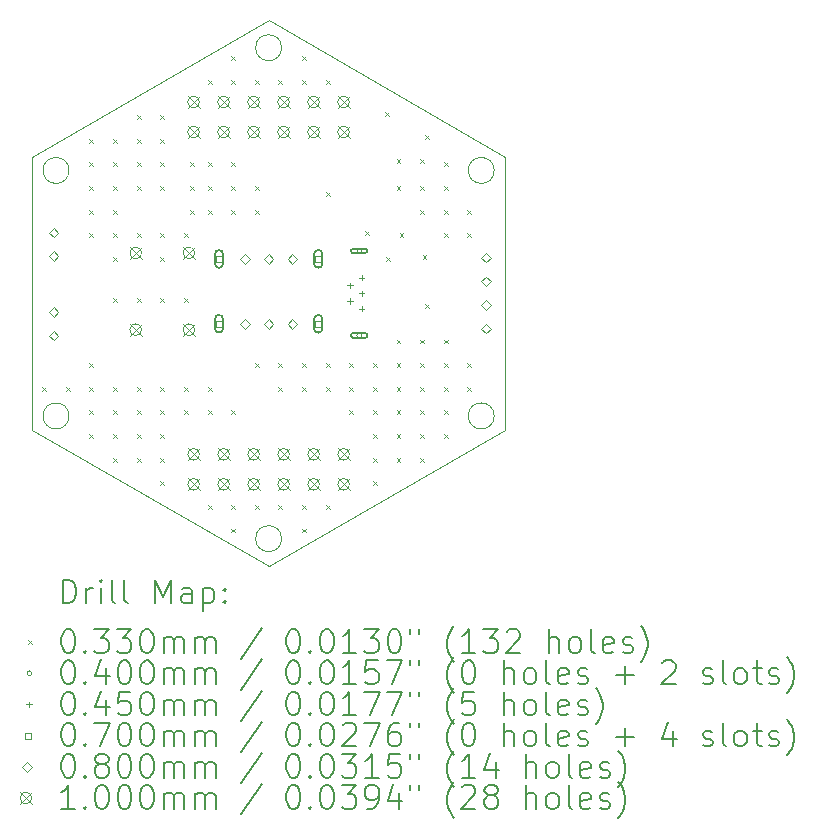
<source format=gbr>
%TF.GenerationSoftware,KiCad,Pcbnew,7.0.5*%
%TF.CreationDate,2024-01-17T11:15:47-05:00*%
%TF.ProjectId,CTRL,4354524c-2e6b-4696-9361-645f70636258,rev?*%
%TF.SameCoordinates,Original*%
%TF.FileFunction,Drillmap*%
%TF.FilePolarity,Positive*%
%FSLAX45Y45*%
G04 Gerber Fmt 4.5, Leading zero omitted, Abs format (unit mm)*
G04 Created by KiCad (PCBNEW 7.0.5) date 2024-01-17 11:15:47*
%MOMM*%
%LPD*%
G01*
G04 APERTURE LIST*
%ADD10C,0.100000*%
%ADD11C,0.200000*%
%ADD12C,0.033020*%
%ADD13C,0.040000*%
%ADD14C,0.045000*%
%ADD15C,0.070000*%
%ADD16C,0.080000*%
G04 APERTURE END LIST*
D10*
X13016000Y-8855761D02*
X13016000Y-11165162D01*
X16926000Y-11049692D02*
G75*
G03*
X16926000Y-11049692I-110000J0D01*
G01*
X13016000Y-11165162D02*
X15016000Y-12319862D01*
X16926000Y-8971231D02*
G75*
G03*
X16926000Y-8971231I-110000J0D01*
G01*
X13326000Y-8971231D02*
G75*
G03*
X13326000Y-8971231I-110000J0D01*
G01*
X15016000Y-7701060D02*
X13016000Y-8855761D01*
X17016000Y-8855761D02*
X15016000Y-7701060D01*
X15126000Y-7932000D02*
G75*
G03*
X15126000Y-7932000I-110000J0D01*
G01*
X15126000Y-12088922D02*
G75*
G03*
X15126000Y-12088922I-110000J0D01*
G01*
X17016000Y-11165162D02*
X17016000Y-8855761D01*
X15016000Y-12319862D02*
X17016000Y-11165162D01*
X13326000Y-11049692D02*
G75*
G03*
X13326000Y-11049692I-110000J0D01*
G01*
D11*
D12*
X13099490Y-10803352D02*
X13132510Y-10836372D01*
X13132510Y-10803352D02*
X13099490Y-10836372D01*
X13299490Y-10803352D02*
X13332510Y-10836372D01*
X13332510Y-10803352D02*
X13299490Y-10836372D01*
X13499490Y-8703352D02*
X13532510Y-8736372D01*
X13532510Y-8703352D02*
X13499490Y-8736372D01*
X13499490Y-8903352D02*
X13532510Y-8936372D01*
X13532510Y-8903352D02*
X13499490Y-8936372D01*
X13499490Y-9103352D02*
X13532510Y-9136372D01*
X13532510Y-9103352D02*
X13499490Y-9136372D01*
X13499490Y-9303352D02*
X13532510Y-9336372D01*
X13532510Y-9303352D02*
X13499490Y-9336372D01*
X13499490Y-9503352D02*
X13532510Y-9536372D01*
X13532510Y-9503352D02*
X13499490Y-9536372D01*
X13499490Y-10603352D02*
X13532510Y-10636372D01*
X13532510Y-10603352D02*
X13499490Y-10636372D01*
X13499490Y-10803352D02*
X13532510Y-10836372D01*
X13532510Y-10803352D02*
X13499490Y-10836372D01*
X13499490Y-11003352D02*
X13532510Y-11036372D01*
X13532510Y-11003352D02*
X13499490Y-11036372D01*
X13499490Y-11203352D02*
X13532510Y-11236372D01*
X13532510Y-11203352D02*
X13499490Y-11236372D01*
X13699490Y-8703352D02*
X13732510Y-8736372D01*
X13732510Y-8703352D02*
X13699490Y-8736372D01*
X13699490Y-8903352D02*
X13732510Y-8936372D01*
X13732510Y-8903352D02*
X13699490Y-8936372D01*
X13699490Y-9103352D02*
X13732510Y-9136372D01*
X13732510Y-9103352D02*
X13699490Y-9136372D01*
X13699490Y-9303352D02*
X13732510Y-9336372D01*
X13732510Y-9303352D02*
X13699490Y-9336372D01*
X13699490Y-9503352D02*
X13732510Y-9536372D01*
X13732510Y-9503352D02*
X13699490Y-9536372D01*
X13699490Y-9703352D02*
X13732510Y-9736372D01*
X13732510Y-9703352D02*
X13699490Y-9736372D01*
X13699490Y-10053352D02*
X13732510Y-10086372D01*
X13732510Y-10053352D02*
X13699490Y-10086372D01*
X13699490Y-10803352D02*
X13732510Y-10836372D01*
X13732510Y-10803352D02*
X13699490Y-10836372D01*
X13699490Y-11003352D02*
X13732510Y-11036372D01*
X13732510Y-11003352D02*
X13699490Y-11036372D01*
X13699490Y-11203352D02*
X13732510Y-11236372D01*
X13732510Y-11203352D02*
X13699490Y-11236372D01*
X13699490Y-11403352D02*
X13732510Y-11436372D01*
X13732510Y-11403352D02*
X13699490Y-11436372D01*
X13899490Y-8503352D02*
X13932510Y-8536372D01*
X13932510Y-8503352D02*
X13899490Y-8536372D01*
X13899490Y-8703352D02*
X13932510Y-8736372D01*
X13932510Y-8703352D02*
X13899490Y-8736372D01*
X13899490Y-8903352D02*
X13932510Y-8936372D01*
X13932510Y-8903352D02*
X13899490Y-8936372D01*
X13899490Y-9103352D02*
X13932510Y-9136372D01*
X13932510Y-9103352D02*
X13899490Y-9136372D01*
X13899490Y-9503352D02*
X13932510Y-9536372D01*
X13932510Y-9503352D02*
X13899490Y-9536372D01*
X13899490Y-10053352D02*
X13932510Y-10086372D01*
X13932510Y-10053352D02*
X13899490Y-10086372D01*
X13899490Y-10803352D02*
X13932510Y-10836372D01*
X13932510Y-10803352D02*
X13899490Y-10836372D01*
X13899490Y-11003352D02*
X13932510Y-11036372D01*
X13932510Y-11003352D02*
X13899490Y-11036372D01*
X13899490Y-11203352D02*
X13932510Y-11236372D01*
X13932510Y-11203352D02*
X13899490Y-11236372D01*
X13899490Y-11403352D02*
X13932510Y-11436372D01*
X13932510Y-11403352D02*
X13899490Y-11436372D01*
X14099490Y-8503352D02*
X14132510Y-8536372D01*
X14132510Y-8503352D02*
X14099490Y-8536372D01*
X14099490Y-8703352D02*
X14132510Y-8736372D01*
X14132510Y-8703352D02*
X14099490Y-8736372D01*
X14099490Y-8903352D02*
X14132510Y-8936372D01*
X14132510Y-8903352D02*
X14099490Y-8936372D01*
X14099490Y-9103352D02*
X14132510Y-9136372D01*
X14132510Y-9103352D02*
X14099490Y-9136372D01*
X14099490Y-9503352D02*
X14132510Y-9536372D01*
X14132510Y-9503352D02*
X14099490Y-9536372D01*
X14099490Y-9703352D02*
X14132510Y-9736372D01*
X14132510Y-9703352D02*
X14099490Y-9736372D01*
X14099490Y-10053352D02*
X14132510Y-10086372D01*
X14132510Y-10053352D02*
X14099490Y-10086372D01*
X14099490Y-10803352D02*
X14132510Y-10836372D01*
X14132510Y-10803352D02*
X14099490Y-10836372D01*
X14099490Y-11003352D02*
X14132510Y-11036372D01*
X14132510Y-11003352D02*
X14099490Y-11036372D01*
X14099490Y-11203352D02*
X14132510Y-11236372D01*
X14132510Y-11203352D02*
X14099490Y-11236372D01*
X14099490Y-11403352D02*
X14132510Y-11436372D01*
X14132510Y-11403352D02*
X14099490Y-11436372D01*
X14099490Y-11603352D02*
X14132510Y-11636372D01*
X14132510Y-11603352D02*
X14099490Y-11636372D01*
X14299490Y-9503352D02*
X14332510Y-9536372D01*
X14332510Y-9503352D02*
X14299490Y-9536372D01*
X14299490Y-10053352D02*
X14332510Y-10086372D01*
X14332510Y-10053352D02*
X14299490Y-10086372D01*
X14299490Y-10803352D02*
X14332510Y-10836372D01*
X14332510Y-10803352D02*
X14299490Y-10836372D01*
X14299490Y-11003352D02*
X14332510Y-11036372D01*
X14332510Y-11003352D02*
X14299490Y-11036372D01*
X14349490Y-8903352D02*
X14382510Y-8936372D01*
X14382510Y-8903352D02*
X14349490Y-8936372D01*
X14349490Y-9103352D02*
X14382510Y-9136372D01*
X14382510Y-9103352D02*
X14349490Y-9136372D01*
X14349490Y-9303352D02*
X14382510Y-9336372D01*
X14382510Y-9303352D02*
X14349490Y-9336372D01*
X14499490Y-8203352D02*
X14532510Y-8236372D01*
X14532510Y-8203352D02*
X14499490Y-8236372D01*
X14499490Y-8903352D02*
X14532510Y-8936372D01*
X14532510Y-8903352D02*
X14499490Y-8936372D01*
X14499490Y-9103352D02*
X14532510Y-9136372D01*
X14532510Y-9103352D02*
X14499490Y-9136372D01*
X14499490Y-9303352D02*
X14532510Y-9336372D01*
X14532510Y-9303352D02*
X14499490Y-9336372D01*
X14499490Y-10803352D02*
X14532510Y-10836372D01*
X14532510Y-10803352D02*
X14499490Y-10836372D01*
X14499490Y-11003352D02*
X14532510Y-11036372D01*
X14532510Y-11003352D02*
X14499490Y-11036372D01*
X14499490Y-11803352D02*
X14532510Y-11836372D01*
X14532510Y-11803352D02*
X14499490Y-11836372D01*
X14699490Y-8003352D02*
X14732510Y-8036372D01*
X14732510Y-8003352D02*
X14699490Y-8036372D01*
X14699490Y-8203352D02*
X14732510Y-8236372D01*
X14732510Y-8203352D02*
X14699490Y-8236372D01*
X14699490Y-8903352D02*
X14732510Y-8936372D01*
X14732510Y-8903352D02*
X14699490Y-8936372D01*
X14699490Y-9103352D02*
X14732510Y-9136372D01*
X14732510Y-9103352D02*
X14699490Y-9136372D01*
X14699490Y-9303352D02*
X14732510Y-9336372D01*
X14732510Y-9303352D02*
X14699490Y-9336372D01*
X14699490Y-11003352D02*
X14732510Y-11036372D01*
X14732510Y-11003352D02*
X14699490Y-11036372D01*
X14699490Y-11803352D02*
X14732510Y-11836372D01*
X14732510Y-11803352D02*
X14699490Y-11836372D01*
X14699490Y-12003352D02*
X14732510Y-12036372D01*
X14732510Y-12003352D02*
X14699490Y-12036372D01*
X14899490Y-8203352D02*
X14932510Y-8236372D01*
X14932510Y-8203352D02*
X14899490Y-8236372D01*
X14899490Y-9103352D02*
X14932510Y-9136372D01*
X14932510Y-9103352D02*
X14899490Y-9136372D01*
X14899490Y-9303352D02*
X14932510Y-9336372D01*
X14932510Y-9303352D02*
X14899490Y-9336372D01*
X14899490Y-10603352D02*
X14932510Y-10636372D01*
X14932510Y-10603352D02*
X14899490Y-10636372D01*
X14899490Y-11803352D02*
X14932510Y-11836372D01*
X14932510Y-11803352D02*
X14899490Y-11836372D01*
X15099490Y-8203352D02*
X15132510Y-8236372D01*
X15132510Y-8203352D02*
X15099490Y-8236372D01*
X15099490Y-10603352D02*
X15132510Y-10636372D01*
X15132510Y-10603352D02*
X15099490Y-10636372D01*
X15099490Y-10803352D02*
X15132510Y-10836372D01*
X15132510Y-10803352D02*
X15099490Y-10836372D01*
X15099490Y-11803352D02*
X15132510Y-11836372D01*
X15132510Y-11803352D02*
X15099490Y-11836372D01*
X15298920Y-8003352D02*
X15331940Y-8036372D01*
X15331940Y-8003352D02*
X15298920Y-8036372D01*
X15299490Y-8203352D02*
X15332510Y-8236372D01*
X15332510Y-8203352D02*
X15299490Y-8236372D01*
X15299490Y-10603352D02*
X15332510Y-10636372D01*
X15332510Y-10603352D02*
X15299490Y-10636372D01*
X15299490Y-10803352D02*
X15332510Y-10836372D01*
X15332510Y-10803352D02*
X15299490Y-10836372D01*
X15299490Y-11803352D02*
X15332510Y-11836372D01*
X15332510Y-11803352D02*
X15299490Y-11836372D01*
X15299490Y-12003352D02*
X15332510Y-12036372D01*
X15332510Y-12003352D02*
X15299490Y-12036372D01*
X15499490Y-8203352D02*
X15532510Y-8236372D01*
X15532510Y-8203352D02*
X15499490Y-8236372D01*
X15499490Y-9153352D02*
X15532510Y-9186372D01*
X15532510Y-9153352D02*
X15499490Y-9186372D01*
X15499490Y-10603352D02*
X15532510Y-10636372D01*
X15532510Y-10603352D02*
X15499490Y-10636372D01*
X15499490Y-10803352D02*
X15532510Y-10836372D01*
X15532510Y-10803352D02*
X15499490Y-10836372D01*
X15499490Y-11803352D02*
X15532510Y-11836372D01*
X15532510Y-11803352D02*
X15499490Y-11836372D01*
X15699490Y-10603352D02*
X15732510Y-10636372D01*
X15732510Y-10603352D02*
X15699490Y-10636372D01*
X15699490Y-10803352D02*
X15732510Y-10836372D01*
X15732510Y-10803352D02*
X15699490Y-10836372D01*
X15699490Y-11003352D02*
X15732510Y-11036372D01*
X15732510Y-11003352D02*
X15699490Y-11036372D01*
X15829490Y-9483352D02*
X15862510Y-9516372D01*
X15862510Y-9483352D02*
X15829490Y-9516372D01*
X15899490Y-10603352D02*
X15932510Y-10636372D01*
X15932510Y-10603352D02*
X15899490Y-10636372D01*
X15899490Y-10803352D02*
X15932510Y-10836372D01*
X15932510Y-10803352D02*
X15899490Y-10836372D01*
X15899490Y-11003352D02*
X15932510Y-11036372D01*
X15932510Y-11003352D02*
X15899490Y-11036372D01*
X15899490Y-11203352D02*
X15932510Y-11236372D01*
X15932510Y-11203352D02*
X15899490Y-11236372D01*
X15899490Y-11403352D02*
X15932510Y-11436372D01*
X15932510Y-11403352D02*
X15899490Y-11436372D01*
X15899490Y-11603352D02*
X15932510Y-11636372D01*
X15932510Y-11603352D02*
X15899490Y-11636372D01*
X15999490Y-8473352D02*
X16032510Y-8506372D01*
X16032510Y-8473352D02*
X15999490Y-8506372D01*
X16009490Y-9708352D02*
X16042510Y-9741372D01*
X16042510Y-9708352D02*
X16009490Y-9741372D01*
X16099490Y-8878352D02*
X16132510Y-8911372D01*
X16132510Y-8878352D02*
X16099490Y-8911372D01*
X16099490Y-9103352D02*
X16132510Y-9136372D01*
X16132510Y-9103352D02*
X16099490Y-9136372D01*
X16099490Y-10403352D02*
X16132510Y-10436372D01*
X16132510Y-10403352D02*
X16099490Y-10436372D01*
X16099490Y-10603352D02*
X16132510Y-10636372D01*
X16132510Y-10603352D02*
X16099490Y-10636372D01*
X16099490Y-10803352D02*
X16132510Y-10836372D01*
X16132510Y-10803352D02*
X16099490Y-10836372D01*
X16099490Y-11003352D02*
X16132510Y-11036372D01*
X16132510Y-11003352D02*
X16099490Y-11036372D01*
X16099490Y-11203352D02*
X16132510Y-11236372D01*
X16132510Y-11203352D02*
X16099490Y-11236372D01*
X16099490Y-11403352D02*
X16132510Y-11436372D01*
X16132510Y-11403352D02*
X16099490Y-11436372D01*
X16124490Y-9498352D02*
X16157510Y-9531372D01*
X16157510Y-9498352D02*
X16124490Y-9531372D01*
X16299490Y-8878352D02*
X16332510Y-8911372D01*
X16332510Y-8878352D02*
X16299490Y-8911372D01*
X16299490Y-9103352D02*
X16332510Y-9136372D01*
X16332510Y-9103352D02*
X16299490Y-9136372D01*
X16299490Y-9303352D02*
X16332510Y-9336372D01*
X16332510Y-9303352D02*
X16299490Y-9336372D01*
X16299490Y-10403352D02*
X16332510Y-10436372D01*
X16332510Y-10403352D02*
X16299490Y-10436372D01*
X16299490Y-10603352D02*
X16332510Y-10636372D01*
X16332510Y-10603352D02*
X16299490Y-10636372D01*
X16299490Y-10803352D02*
X16332510Y-10836372D01*
X16332510Y-10803352D02*
X16299490Y-10836372D01*
X16299490Y-11003352D02*
X16332510Y-11036372D01*
X16332510Y-11003352D02*
X16299490Y-11036372D01*
X16299490Y-11203352D02*
X16332510Y-11236372D01*
X16332510Y-11203352D02*
X16299490Y-11236372D01*
X16299490Y-11403352D02*
X16332510Y-11436372D01*
X16332510Y-11403352D02*
X16299490Y-11436372D01*
X16319490Y-9688352D02*
X16352510Y-9721372D01*
X16352510Y-9688352D02*
X16319490Y-9721372D01*
X16337490Y-10104352D02*
X16370510Y-10137372D01*
X16370510Y-10104352D02*
X16337490Y-10137372D01*
X16339490Y-8673352D02*
X16372510Y-8706372D01*
X16372510Y-8673352D02*
X16339490Y-8706372D01*
X16499490Y-8903352D02*
X16532510Y-8936372D01*
X16532510Y-8903352D02*
X16499490Y-8936372D01*
X16499490Y-9103352D02*
X16532510Y-9136372D01*
X16532510Y-9103352D02*
X16499490Y-9136372D01*
X16499490Y-9303352D02*
X16532510Y-9336372D01*
X16532510Y-9303352D02*
X16499490Y-9336372D01*
X16499490Y-9503352D02*
X16532510Y-9536372D01*
X16532510Y-9503352D02*
X16499490Y-9536372D01*
X16499490Y-10403352D02*
X16532510Y-10436372D01*
X16532510Y-10403352D02*
X16499490Y-10436372D01*
X16499490Y-10603352D02*
X16532510Y-10636372D01*
X16532510Y-10603352D02*
X16499490Y-10636372D01*
X16499490Y-10803352D02*
X16532510Y-10836372D01*
X16532510Y-10803352D02*
X16499490Y-10836372D01*
X16499490Y-11003352D02*
X16532510Y-11036372D01*
X16532510Y-11003352D02*
X16499490Y-11036372D01*
X16499490Y-11203352D02*
X16532510Y-11236372D01*
X16532510Y-11203352D02*
X16499490Y-11236372D01*
X16699490Y-9303352D02*
X16732510Y-9336372D01*
X16732510Y-9303352D02*
X16699490Y-9336372D01*
X16699490Y-9503352D02*
X16732510Y-9536372D01*
X16732510Y-9503352D02*
X16699490Y-9536372D01*
X16699490Y-10603352D02*
X16732510Y-10636372D01*
X16732510Y-10603352D02*
X16699490Y-10636372D01*
X16699490Y-10803352D02*
X16732510Y-10836372D01*
X16732510Y-10803352D02*
X16699490Y-10836372D01*
D13*
X15803250Y-9652961D02*
G75*
G03*
X15803250Y-9652961I-20000J0D01*
G01*
D11*
X15733250Y-9672961D02*
X15833250Y-9672961D01*
X15833250Y-9672961D02*
G75*
G03*
X15833250Y-9632961I0J20000D01*
G01*
X15833250Y-9632961D02*
X15733250Y-9632961D01*
X15733250Y-9632961D02*
G75*
G03*
X15733250Y-9672961I0J-20000D01*
G01*
D13*
X15803250Y-10367961D02*
G75*
G03*
X15803250Y-10367961I-20000J0D01*
G01*
D11*
X15733250Y-10387961D02*
X15833250Y-10387961D01*
X15833250Y-10387961D02*
G75*
G03*
X15833250Y-10347961I0J20000D01*
G01*
X15833250Y-10347961D02*
X15733250Y-10347961D01*
X15733250Y-10347961D02*
G75*
G03*
X15733250Y-10387961I0J-20000D01*
G01*
D14*
X15705250Y-9922961D02*
X15705250Y-9967961D01*
X15682750Y-9945461D02*
X15727750Y-9945461D01*
X15705250Y-10052961D02*
X15705250Y-10097961D01*
X15682750Y-10075461D02*
X15727750Y-10075461D01*
X15805250Y-9857961D02*
X15805250Y-9902961D01*
X15782750Y-9880461D02*
X15827750Y-9880461D01*
X15805250Y-9987961D02*
X15805250Y-10032961D01*
X15782750Y-10010461D02*
X15827750Y-10010461D01*
X15805250Y-10117961D02*
X15805250Y-10162961D01*
X15782750Y-10140461D02*
X15827750Y-10140461D01*
D15*
X14620749Y-9744611D02*
X14620749Y-9695113D01*
X14571251Y-9695113D01*
X14571251Y-9744611D01*
X14620749Y-9744611D01*
D11*
X14561000Y-9679862D02*
X14561000Y-9759862D01*
X14561000Y-9759862D02*
G75*
G03*
X14631000Y-9759862I35000J0D01*
G01*
X14631000Y-9759862D02*
X14631000Y-9679862D01*
X14631000Y-9679862D02*
G75*
G03*
X14561000Y-9679862I-35000J0D01*
G01*
D15*
X14620749Y-10294611D02*
X14620749Y-10245113D01*
X14571251Y-10245113D01*
X14571251Y-10294611D01*
X14620749Y-10294611D01*
D11*
X14631000Y-10309862D02*
X14631000Y-10229862D01*
X14631000Y-10229862D02*
G75*
G03*
X14561000Y-10229862I-35000J0D01*
G01*
X14561000Y-10229862D02*
X14561000Y-10309862D01*
X14561000Y-10309862D02*
G75*
G03*
X14631000Y-10309862I35000J0D01*
G01*
D15*
X15460749Y-9744611D02*
X15460749Y-9695113D01*
X15411251Y-9695113D01*
X15411251Y-9744611D01*
X15460749Y-9744611D01*
D11*
X15401000Y-9679862D02*
X15401000Y-9759862D01*
X15401000Y-9759862D02*
G75*
G03*
X15471000Y-9759862I35000J0D01*
G01*
X15471000Y-9759862D02*
X15471000Y-9679862D01*
X15471000Y-9679862D02*
G75*
G03*
X15401000Y-9679862I-35000J0D01*
G01*
D15*
X15460749Y-10294611D02*
X15460749Y-10245113D01*
X15411251Y-10245113D01*
X15411251Y-10294611D01*
X15460749Y-10294611D01*
D11*
X15471000Y-10309862D02*
X15471000Y-10229862D01*
X15471000Y-10229862D02*
G75*
G03*
X15401000Y-10229862I-35000J0D01*
G01*
X15401000Y-10229862D02*
X15401000Y-10309862D01*
X15401000Y-10309862D02*
G75*
G03*
X15471000Y-10309862I35000J0D01*
G01*
D16*
X13195000Y-9536862D02*
X13235000Y-9496862D01*
X13195000Y-9456862D01*
X13155000Y-9496862D01*
X13195000Y-9536862D01*
X13195000Y-9736862D02*
X13235000Y-9696862D01*
X13195000Y-9656862D01*
X13155000Y-9696862D01*
X13195000Y-9736862D01*
X13195000Y-10209862D02*
X13235000Y-10169862D01*
X13195000Y-10129862D01*
X13155000Y-10169862D01*
X13195000Y-10209862D01*
X13195000Y-10409862D02*
X13235000Y-10369862D01*
X13195000Y-10329862D01*
X13155000Y-10369862D01*
X13195000Y-10409862D01*
X14816000Y-9759862D02*
X14856000Y-9719862D01*
X14816000Y-9679862D01*
X14776000Y-9719862D01*
X14816000Y-9759862D01*
X14816000Y-10309862D02*
X14856000Y-10269862D01*
X14816000Y-10229862D01*
X14776000Y-10269862D01*
X14816000Y-10309862D01*
X15016000Y-9759862D02*
X15056000Y-9719862D01*
X15016000Y-9679862D01*
X14976000Y-9719862D01*
X15016000Y-9759862D01*
X15016000Y-10309862D02*
X15056000Y-10269862D01*
X15016000Y-10229862D01*
X14976000Y-10269862D01*
X15016000Y-10309862D01*
X15216000Y-9759862D02*
X15256000Y-9719862D01*
X15216000Y-9679862D01*
X15176000Y-9719862D01*
X15216000Y-9759862D01*
X15216000Y-10309862D02*
X15256000Y-10269862D01*
X15216000Y-10229862D01*
X15176000Y-10269862D01*
X15216000Y-10309862D01*
X16857000Y-9749862D02*
X16897000Y-9709862D01*
X16857000Y-9669862D01*
X16817000Y-9709862D01*
X16857000Y-9749862D01*
X16857000Y-9949862D02*
X16897000Y-9909862D01*
X16857000Y-9869862D01*
X16817000Y-9909862D01*
X16857000Y-9949862D01*
X16857000Y-10149862D02*
X16897000Y-10109862D01*
X16857000Y-10069862D01*
X16817000Y-10109862D01*
X16857000Y-10149862D01*
X16857000Y-10349862D02*
X16897000Y-10309862D01*
X16857000Y-10269862D01*
X16817000Y-10309862D01*
X16857000Y-10349862D01*
D10*
X13841000Y-9619862D02*
X13941000Y-9719862D01*
X13941000Y-9619862D02*
X13841000Y-9719862D01*
X13941000Y-9669862D02*
G75*
G03*
X13941000Y-9669862I-50000J0D01*
G01*
X13841000Y-10269862D02*
X13941000Y-10369862D01*
X13941000Y-10269862D02*
X13841000Y-10369862D01*
X13941000Y-10319862D02*
G75*
G03*
X13941000Y-10319862I-50000J0D01*
G01*
X14291000Y-9619862D02*
X14391000Y-9719862D01*
X14391000Y-9619862D02*
X14291000Y-9719862D01*
X14391000Y-9669862D02*
G75*
G03*
X14391000Y-9669862I-50000J0D01*
G01*
X14291000Y-10269862D02*
X14391000Y-10369862D01*
X14391000Y-10269862D02*
X14291000Y-10369862D01*
X14391000Y-10319862D02*
G75*
G03*
X14391000Y-10319862I-50000J0D01*
G01*
X14331000Y-8342560D02*
X14431000Y-8442560D01*
X14431000Y-8342560D02*
X14331000Y-8442560D01*
X14431000Y-8392560D02*
G75*
G03*
X14431000Y-8392560I-50000J0D01*
G01*
X14331000Y-8596560D02*
X14431000Y-8696560D01*
X14431000Y-8596560D02*
X14331000Y-8696560D01*
X14431000Y-8646560D02*
G75*
G03*
X14431000Y-8646560I-50000J0D01*
G01*
X14331000Y-11324362D02*
X14431000Y-11424362D01*
X14431000Y-11324362D02*
X14331000Y-11424362D01*
X14431000Y-11374362D02*
G75*
G03*
X14431000Y-11374362I-50000J0D01*
G01*
X14331000Y-11578362D02*
X14431000Y-11678362D01*
X14431000Y-11578362D02*
X14331000Y-11678362D01*
X14431000Y-11628362D02*
G75*
G03*
X14431000Y-11628362I-50000J0D01*
G01*
X14585000Y-8342560D02*
X14685000Y-8442560D01*
X14685000Y-8342560D02*
X14585000Y-8442560D01*
X14685000Y-8392560D02*
G75*
G03*
X14685000Y-8392560I-50000J0D01*
G01*
X14585000Y-8596560D02*
X14685000Y-8696560D01*
X14685000Y-8596560D02*
X14585000Y-8696560D01*
X14685000Y-8646560D02*
G75*
G03*
X14685000Y-8646560I-50000J0D01*
G01*
X14585000Y-11324362D02*
X14685000Y-11424362D01*
X14685000Y-11324362D02*
X14585000Y-11424362D01*
X14685000Y-11374362D02*
G75*
G03*
X14685000Y-11374362I-50000J0D01*
G01*
X14585000Y-11578362D02*
X14685000Y-11678362D01*
X14685000Y-11578362D02*
X14585000Y-11678362D01*
X14685000Y-11628362D02*
G75*
G03*
X14685000Y-11628362I-50000J0D01*
G01*
X14839000Y-8342560D02*
X14939000Y-8442560D01*
X14939000Y-8342560D02*
X14839000Y-8442560D01*
X14939000Y-8392560D02*
G75*
G03*
X14939000Y-8392560I-50000J0D01*
G01*
X14839000Y-8596560D02*
X14939000Y-8696560D01*
X14939000Y-8596560D02*
X14839000Y-8696560D01*
X14939000Y-8646560D02*
G75*
G03*
X14939000Y-8646560I-50000J0D01*
G01*
X14839000Y-11324362D02*
X14939000Y-11424362D01*
X14939000Y-11324362D02*
X14839000Y-11424362D01*
X14939000Y-11374362D02*
G75*
G03*
X14939000Y-11374362I-50000J0D01*
G01*
X14839000Y-11578362D02*
X14939000Y-11678362D01*
X14939000Y-11578362D02*
X14839000Y-11678362D01*
X14939000Y-11628362D02*
G75*
G03*
X14939000Y-11628362I-50000J0D01*
G01*
X15093000Y-8342560D02*
X15193000Y-8442560D01*
X15193000Y-8342560D02*
X15093000Y-8442560D01*
X15193000Y-8392560D02*
G75*
G03*
X15193000Y-8392560I-50000J0D01*
G01*
X15093000Y-8596560D02*
X15193000Y-8696560D01*
X15193000Y-8596560D02*
X15093000Y-8696560D01*
X15193000Y-8646560D02*
G75*
G03*
X15193000Y-8646560I-50000J0D01*
G01*
X15093000Y-11324362D02*
X15193000Y-11424362D01*
X15193000Y-11324362D02*
X15093000Y-11424362D01*
X15193000Y-11374362D02*
G75*
G03*
X15193000Y-11374362I-50000J0D01*
G01*
X15093000Y-11578362D02*
X15193000Y-11678362D01*
X15193000Y-11578362D02*
X15093000Y-11678362D01*
X15193000Y-11628362D02*
G75*
G03*
X15193000Y-11628362I-50000J0D01*
G01*
X15347000Y-8342560D02*
X15447000Y-8442560D01*
X15447000Y-8342560D02*
X15347000Y-8442560D01*
X15447000Y-8392560D02*
G75*
G03*
X15447000Y-8392560I-50000J0D01*
G01*
X15347000Y-8596560D02*
X15447000Y-8696560D01*
X15447000Y-8596560D02*
X15347000Y-8696560D01*
X15447000Y-8646560D02*
G75*
G03*
X15447000Y-8646560I-50000J0D01*
G01*
X15347000Y-11324362D02*
X15447000Y-11424362D01*
X15447000Y-11324362D02*
X15347000Y-11424362D01*
X15447000Y-11374362D02*
G75*
G03*
X15447000Y-11374362I-50000J0D01*
G01*
X15347000Y-11578362D02*
X15447000Y-11678362D01*
X15447000Y-11578362D02*
X15347000Y-11678362D01*
X15447000Y-11628362D02*
G75*
G03*
X15447000Y-11628362I-50000J0D01*
G01*
X15601000Y-8342560D02*
X15701000Y-8442560D01*
X15701000Y-8342560D02*
X15601000Y-8442560D01*
X15701000Y-8392560D02*
G75*
G03*
X15701000Y-8392560I-50000J0D01*
G01*
X15601000Y-8596560D02*
X15701000Y-8696560D01*
X15701000Y-8596560D02*
X15601000Y-8696560D01*
X15701000Y-8646560D02*
G75*
G03*
X15701000Y-8646560I-50000J0D01*
G01*
X15601000Y-11324362D02*
X15701000Y-11424362D01*
X15701000Y-11324362D02*
X15601000Y-11424362D01*
X15701000Y-11374362D02*
G75*
G03*
X15701000Y-11374362I-50000J0D01*
G01*
X15601000Y-11578362D02*
X15701000Y-11678362D01*
X15701000Y-11578362D02*
X15601000Y-11678362D01*
X15701000Y-11628362D02*
G75*
G03*
X15701000Y-11628362I-50000J0D01*
G01*
D11*
X13271777Y-12636346D02*
X13271777Y-12436346D01*
X13271777Y-12436346D02*
X13319396Y-12436346D01*
X13319396Y-12436346D02*
X13347967Y-12445870D01*
X13347967Y-12445870D02*
X13367015Y-12464917D01*
X13367015Y-12464917D02*
X13376539Y-12483965D01*
X13376539Y-12483965D02*
X13386062Y-12522060D01*
X13386062Y-12522060D02*
X13386062Y-12550632D01*
X13386062Y-12550632D02*
X13376539Y-12588727D01*
X13376539Y-12588727D02*
X13367015Y-12607774D01*
X13367015Y-12607774D02*
X13347967Y-12626822D01*
X13347967Y-12626822D02*
X13319396Y-12636346D01*
X13319396Y-12636346D02*
X13271777Y-12636346D01*
X13471777Y-12636346D02*
X13471777Y-12503012D01*
X13471777Y-12541108D02*
X13481301Y-12522060D01*
X13481301Y-12522060D02*
X13490824Y-12512536D01*
X13490824Y-12512536D02*
X13509872Y-12503012D01*
X13509872Y-12503012D02*
X13528920Y-12503012D01*
X13595586Y-12636346D02*
X13595586Y-12503012D01*
X13595586Y-12436346D02*
X13586062Y-12445870D01*
X13586062Y-12445870D02*
X13595586Y-12455393D01*
X13595586Y-12455393D02*
X13605110Y-12445870D01*
X13605110Y-12445870D02*
X13595586Y-12436346D01*
X13595586Y-12436346D02*
X13595586Y-12455393D01*
X13719396Y-12636346D02*
X13700348Y-12626822D01*
X13700348Y-12626822D02*
X13690824Y-12607774D01*
X13690824Y-12607774D02*
X13690824Y-12436346D01*
X13824158Y-12636346D02*
X13805110Y-12626822D01*
X13805110Y-12626822D02*
X13795586Y-12607774D01*
X13795586Y-12607774D02*
X13795586Y-12436346D01*
X14052729Y-12636346D02*
X14052729Y-12436346D01*
X14052729Y-12436346D02*
X14119396Y-12579203D01*
X14119396Y-12579203D02*
X14186062Y-12436346D01*
X14186062Y-12436346D02*
X14186062Y-12636346D01*
X14367015Y-12636346D02*
X14367015Y-12531584D01*
X14367015Y-12531584D02*
X14357491Y-12512536D01*
X14357491Y-12512536D02*
X14338443Y-12503012D01*
X14338443Y-12503012D02*
X14300348Y-12503012D01*
X14300348Y-12503012D02*
X14281301Y-12512536D01*
X14367015Y-12626822D02*
X14347967Y-12636346D01*
X14347967Y-12636346D02*
X14300348Y-12636346D01*
X14300348Y-12636346D02*
X14281301Y-12626822D01*
X14281301Y-12626822D02*
X14271777Y-12607774D01*
X14271777Y-12607774D02*
X14271777Y-12588727D01*
X14271777Y-12588727D02*
X14281301Y-12569679D01*
X14281301Y-12569679D02*
X14300348Y-12560155D01*
X14300348Y-12560155D02*
X14347967Y-12560155D01*
X14347967Y-12560155D02*
X14367015Y-12550632D01*
X14462253Y-12503012D02*
X14462253Y-12703012D01*
X14462253Y-12512536D02*
X14481301Y-12503012D01*
X14481301Y-12503012D02*
X14519396Y-12503012D01*
X14519396Y-12503012D02*
X14538443Y-12512536D01*
X14538443Y-12512536D02*
X14547967Y-12522060D01*
X14547967Y-12522060D02*
X14557491Y-12541108D01*
X14557491Y-12541108D02*
X14557491Y-12598251D01*
X14557491Y-12598251D02*
X14547967Y-12617298D01*
X14547967Y-12617298D02*
X14538443Y-12626822D01*
X14538443Y-12626822D02*
X14519396Y-12636346D01*
X14519396Y-12636346D02*
X14481301Y-12636346D01*
X14481301Y-12636346D02*
X14462253Y-12626822D01*
X14643205Y-12617298D02*
X14652729Y-12626822D01*
X14652729Y-12626822D02*
X14643205Y-12636346D01*
X14643205Y-12636346D02*
X14633682Y-12626822D01*
X14633682Y-12626822D02*
X14643205Y-12617298D01*
X14643205Y-12617298D02*
X14643205Y-12636346D01*
X14643205Y-12512536D02*
X14652729Y-12522060D01*
X14652729Y-12522060D02*
X14643205Y-12531584D01*
X14643205Y-12531584D02*
X14633682Y-12522060D01*
X14633682Y-12522060D02*
X14643205Y-12512536D01*
X14643205Y-12512536D02*
X14643205Y-12531584D01*
D12*
X12977980Y-12948352D02*
X13011000Y-12981372D01*
X13011000Y-12948352D02*
X12977980Y-12981372D01*
D11*
X13309872Y-12856346D02*
X13328920Y-12856346D01*
X13328920Y-12856346D02*
X13347967Y-12865870D01*
X13347967Y-12865870D02*
X13357491Y-12875393D01*
X13357491Y-12875393D02*
X13367015Y-12894441D01*
X13367015Y-12894441D02*
X13376539Y-12932536D01*
X13376539Y-12932536D02*
X13376539Y-12980155D01*
X13376539Y-12980155D02*
X13367015Y-13018251D01*
X13367015Y-13018251D02*
X13357491Y-13037298D01*
X13357491Y-13037298D02*
X13347967Y-13046822D01*
X13347967Y-13046822D02*
X13328920Y-13056346D01*
X13328920Y-13056346D02*
X13309872Y-13056346D01*
X13309872Y-13056346D02*
X13290824Y-13046822D01*
X13290824Y-13046822D02*
X13281301Y-13037298D01*
X13281301Y-13037298D02*
X13271777Y-13018251D01*
X13271777Y-13018251D02*
X13262253Y-12980155D01*
X13262253Y-12980155D02*
X13262253Y-12932536D01*
X13262253Y-12932536D02*
X13271777Y-12894441D01*
X13271777Y-12894441D02*
X13281301Y-12875393D01*
X13281301Y-12875393D02*
X13290824Y-12865870D01*
X13290824Y-12865870D02*
X13309872Y-12856346D01*
X13462253Y-13037298D02*
X13471777Y-13046822D01*
X13471777Y-13046822D02*
X13462253Y-13056346D01*
X13462253Y-13056346D02*
X13452729Y-13046822D01*
X13452729Y-13046822D02*
X13462253Y-13037298D01*
X13462253Y-13037298D02*
X13462253Y-13056346D01*
X13538443Y-12856346D02*
X13662253Y-12856346D01*
X13662253Y-12856346D02*
X13595586Y-12932536D01*
X13595586Y-12932536D02*
X13624158Y-12932536D01*
X13624158Y-12932536D02*
X13643205Y-12942060D01*
X13643205Y-12942060D02*
X13652729Y-12951584D01*
X13652729Y-12951584D02*
X13662253Y-12970632D01*
X13662253Y-12970632D02*
X13662253Y-13018251D01*
X13662253Y-13018251D02*
X13652729Y-13037298D01*
X13652729Y-13037298D02*
X13643205Y-13046822D01*
X13643205Y-13046822D02*
X13624158Y-13056346D01*
X13624158Y-13056346D02*
X13567015Y-13056346D01*
X13567015Y-13056346D02*
X13547967Y-13046822D01*
X13547967Y-13046822D02*
X13538443Y-13037298D01*
X13728920Y-12856346D02*
X13852729Y-12856346D01*
X13852729Y-12856346D02*
X13786062Y-12932536D01*
X13786062Y-12932536D02*
X13814634Y-12932536D01*
X13814634Y-12932536D02*
X13833682Y-12942060D01*
X13833682Y-12942060D02*
X13843205Y-12951584D01*
X13843205Y-12951584D02*
X13852729Y-12970632D01*
X13852729Y-12970632D02*
X13852729Y-13018251D01*
X13852729Y-13018251D02*
X13843205Y-13037298D01*
X13843205Y-13037298D02*
X13833682Y-13046822D01*
X13833682Y-13046822D02*
X13814634Y-13056346D01*
X13814634Y-13056346D02*
X13757491Y-13056346D01*
X13757491Y-13056346D02*
X13738443Y-13046822D01*
X13738443Y-13046822D02*
X13728920Y-13037298D01*
X13976539Y-12856346D02*
X13995586Y-12856346D01*
X13995586Y-12856346D02*
X14014634Y-12865870D01*
X14014634Y-12865870D02*
X14024158Y-12875393D01*
X14024158Y-12875393D02*
X14033682Y-12894441D01*
X14033682Y-12894441D02*
X14043205Y-12932536D01*
X14043205Y-12932536D02*
X14043205Y-12980155D01*
X14043205Y-12980155D02*
X14033682Y-13018251D01*
X14033682Y-13018251D02*
X14024158Y-13037298D01*
X14024158Y-13037298D02*
X14014634Y-13046822D01*
X14014634Y-13046822D02*
X13995586Y-13056346D01*
X13995586Y-13056346D02*
X13976539Y-13056346D01*
X13976539Y-13056346D02*
X13957491Y-13046822D01*
X13957491Y-13046822D02*
X13947967Y-13037298D01*
X13947967Y-13037298D02*
X13938443Y-13018251D01*
X13938443Y-13018251D02*
X13928920Y-12980155D01*
X13928920Y-12980155D02*
X13928920Y-12932536D01*
X13928920Y-12932536D02*
X13938443Y-12894441D01*
X13938443Y-12894441D02*
X13947967Y-12875393D01*
X13947967Y-12875393D02*
X13957491Y-12865870D01*
X13957491Y-12865870D02*
X13976539Y-12856346D01*
X14128920Y-13056346D02*
X14128920Y-12923012D01*
X14128920Y-12942060D02*
X14138443Y-12932536D01*
X14138443Y-12932536D02*
X14157491Y-12923012D01*
X14157491Y-12923012D02*
X14186063Y-12923012D01*
X14186063Y-12923012D02*
X14205110Y-12932536D01*
X14205110Y-12932536D02*
X14214634Y-12951584D01*
X14214634Y-12951584D02*
X14214634Y-13056346D01*
X14214634Y-12951584D02*
X14224158Y-12932536D01*
X14224158Y-12932536D02*
X14243205Y-12923012D01*
X14243205Y-12923012D02*
X14271777Y-12923012D01*
X14271777Y-12923012D02*
X14290824Y-12932536D01*
X14290824Y-12932536D02*
X14300348Y-12951584D01*
X14300348Y-12951584D02*
X14300348Y-13056346D01*
X14395586Y-13056346D02*
X14395586Y-12923012D01*
X14395586Y-12942060D02*
X14405110Y-12932536D01*
X14405110Y-12932536D02*
X14424158Y-12923012D01*
X14424158Y-12923012D02*
X14452729Y-12923012D01*
X14452729Y-12923012D02*
X14471777Y-12932536D01*
X14471777Y-12932536D02*
X14481301Y-12951584D01*
X14481301Y-12951584D02*
X14481301Y-13056346D01*
X14481301Y-12951584D02*
X14490824Y-12932536D01*
X14490824Y-12932536D02*
X14509872Y-12923012D01*
X14509872Y-12923012D02*
X14538443Y-12923012D01*
X14538443Y-12923012D02*
X14557491Y-12932536D01*
X14557491Y-12932536D02*
X14567015Y-12951584D01*
X14567015Y-12951584D02*
X14567015Y-13056346D01*
X14957491Y-12846822D02*
X14786063Y-13103965D01*
X15214634Y-12856346D02*
X15233682Y-12856346D01*
X15233682Y-12856346D02*
X15252729Y-12865870D01*
X15252729Y-12865870D02*
X15262253Y-12875393D01*
X15262253Y-12875393D02*
X15271777Y-12894441D01*
X15271777Y-12894441D02*
X15281301Y-12932536D01*
X15281301Y-12932536D02*
X15281301Y-12980155D01*
X15281301Y-12980155D02*
X15271777Y-13018251D01*
X15271777Y-13018251D02*
X15262253Y-13037298D01*
X15262253Y-13037298D02*
X15252729Y-13046822D01*
X15252729Y-13046822D02*
X15233682Y-13056346D01*
X15233682Y-13056346D02*
X15214634Y-13056346D01*
X15214634Y-13056346D02*
X15195586Y-13046822D01*
X15195586Y-13046822D02*
X15186063Y-13037298D01*
X15186063Y-13037298D02*
X15176539Y-13018251D01*
X15176539Y-13018251D02*
X15167015Y-12980155D01*
X15167015Y-12980155D02*
X15167015Y-12932536D01*
X15167015Y-12932536D02*
X15176539Y-12894441D01*
X15176539Y-12894441D02*
X15186063Y-12875393D01*
X15186063Y-12875393D02*
X15195586Y-12865870D01*
X15195586Y-12865870D02*
X15214634Y-12856346D01*
X15367015Y-13037298D02*
X15376539Y-13046822D01*
X15376539Y-13046822D02*
X15367015Y-13056346D01*
X15367015Y-13056346D02*
X15357491Y-13046822D01*
X15357491Y-13046822D02*
X15367015Y-13037298D01*
X15367015Y-13037298D02*
X15367015Y-13056346D01*
X15500348Y-12856346D02*
X15519396Y-12856346D01*
X15519396Y-12856346D02*
X15538444Y-12865870D01*
X15538444Y-12865870D02*
X15547967Y-12875393D01*
X15547967Y-12875393D02*
X15557491Y-12894441D01*
X15557491Y-12894441D02*
X15567015Y-12932536D01*
X15567015Y-12932536D02*
X15567015Y-12980155D01*
X15567015Y-12980155D02*
X15557491Y-13018251D01*
X15557491Y-13018251D02*
X15547967Y-13037298D01*
X15547967Y-13037298D02*
X15538444Y-13046822D01*
X15538444Y-13046822D02*
X15519396Y-13056346D01*
X15519396Y-13056346D02*
X15500348Y-13056346D01*
X15500348Y-13056346D02*
X15481301Y-13046822D01*
X15481301Y-13046822D02*
X15471777Y-13037298D01*
X15471777Y-13037298D02*
X15462253Y-13018251D01*
X15462253Y-13018251D02*
X15452729Y-12980155D01*
X15452729Y-12980155D02*
X15452729Y-12932536D01*
X15452729Y-12932536D02*
X15462253Y-12894441D01*
X15462253Y-12894441D02*
X15471777Y-12875393D01*
X15471777Y-12875393D02*
X15481301Y-12865870D01*
X15481301Y-12865870D02*
X15500348Y-12856346D01*
X15757491Y-13056346D02*
X15643206Y-13056346D01*
X15700348Y-13056346D02*
X15700348Y-12856346D01*
X15700348Y-12856346D02*
X15681301Y-12884917D01*
X15681301Y-12884917D02*
X15662253Y-12903965D01*
X15662253Y-12903965D02*
X15643206Y-12913489D01*
X15824158Y-12856346D02*
X15947967Y-12856346D01*
X15947967Y-12856346D02*
X15881301Y-12932536D01*
X15881301Y-12932536D02*
X15909872Y-12932536D01*
X15909872Y-12932536D02*
X15928920Y-12942060D01*
X15928920Y-12942060D02*
X15938444Y-12951584D01*
X15938444Y-12951584D02*
X15947967Y-12970632D01*
X15947967Y-12970632D02*
X15947967Y-13018251D01*
X15947967Y-13018251D02*
X15938444Y-13037298D01*
X15938444Y-13037298D02*
X15928920Y-13046822D01*
X15928920Y-13046822D02*
X15909872Y-13056346D01*
X15909872Y-13056346D02*
X15852729Y-13056346D01*
X15852729Y-13056346D02*
X15833682Y-13046822D01*
X15833682Y-13046822D02*
X15824158Y-13037298D01*
X16071777Y-12856346D02*
X16090825Y-12856346D01*
X16090825Y-12856346D02*
X16109872Y-12865870D01*
X16109872Y-12865870D02*
X16119396Y-12875393D01*
X16119396Y-12875393D02*
X16128920Y-12894441D01*
X16128920Y-12894441D02*
X16138444Y-12932536D01*
X16138444Y-12932536D02*
X16138444Y-12980155D01*
X16138444Y-12980155D02*
X16128920Y-13018251D01*
X16128920Y-13018251D02*
X16119396Y-13037298D01*
X16119396Y-13037298D02*
X16109872Y-13046822D01*
X16109872Y-13046822D02*
X16090825Y-13056346D01*
X16090825Y-13056346D02*
X16071777Y-13056346D01*
X16071777Y-13056346D02*
X16052729Y-13046822D01*
X16052729Y-13046822D02*
X16043206Y-13037298D01*
X16043206Y-13037298D02*
X16033682Y-13018251D01*
X16033682Y-13018251D02*
X16024158Y-12980155D01*
X16024158Y-12980155D02*
X16024158Y-12932536D01*
X16024158Y-12932536D02*
X16033682Y-12894441D01*
X16033682Y-12894441D02*
X16043206Y-12875393D01*
X16043206Y-12875393D02*
X16052729Y-12865870D01*
X16052729Y-12865870D02*
X16071777Y-12856346D01*
X16214634Y-12856346D02*
X16214634Y-12894441D01*
X16290825Y-12856346D02*
X16290825Y-12894441D01*
X16586063Y-13132536D02*
X16576539Y-13123012D01*
X16576539Y-13123012D02*
X16557491Y-13094441D01*
X16557491Y-13094441D02*
X16547968Y-13075393D01*
X16547968Y-13075393D02*
X16538444Y-13046822D01*
X16538444Y-13046822D02*
X16528920Y-12999203D01*
X16528920Y-12999203D02*
X16528920Y-12961108D01*
X16528920Y-12961108D02*
X16538444Y-12913489D01*
X16538444Y-12913489D02*
X16547968Y-12884917D01*
X16547968Y-12884917D02*
X16557491Y-12865870D01*
X16557491Y-12865870D02*
X16576539Y-12837298D01*
X16576539Y-12837298D02*
X16586063Y-12827774D01*
X16767015Y-13056346D02*
X16652729Y-13056346D01*
X16709872Y-13056346D02*
X16709872Y-12856346D01*
X16709872Y-12856346D02*
X16690825Y-12884917D01*
X16690825Y-12884917D02*
X16671777Y-12903965D01*
X16671777Y-12903965D02*
X16652729Y-12913489D01*
X16833682Y-12856346D02*
X16957491Y-12856346D01*
X16957491Y-12856346D02*
X16890825Y-12932536D01*
X16890825Y-12932536D02*
X16919396Y-12932536D01*
X16919396Y-12932536D02*
X16938444Y-12942060D01*
X16938444Y-12942060D02*
X16947968Y-12951584D01*
X16947968Y-12951584D02*
X16957491Y-12970632D01*
X16957491Y-12970632D02*
X16957491Y-13018251D01*
X16957491Y-13018251D02*
X16947968Y-13037298D01*
X16947968Y-13037298D02*
X16938444Y-13046822D01*
X16938444Y-13046822D02*
X16919396Y-13056346D01*
X16919396Y-13056346D02*
X16862253Y-13056346D01*
X16862253Y-13056346D02*
X16843206Y-13046822D01*
X16843206Y-13046822D02*
X16833682Y-13037298D01*
X17033682Y-12875393D02*
X17043206Y-12865870D01*
X17043206Y-12865870D02*
X17062253Y-12856346D01*
X17062253Y-12856346D02*
X17109872Y-12856346D01*
X17109872Y-12856346D02*
X17128920Y-12865870D01*
X17128920Y-12865870D02*
X17138444Y-12875393D01*
X17138444Y-12875393D02*
X17147968Y-12894441D01*
X17147968Y-12894441D02*
X17147968Y-12913489D01*
X17147968Y-12913489D02*
X17138444Y-12942060D01*
X17138444Y-12942060D02*
X17024158Y-13056346D01*
X17024158Y-13056346D02*
X17147968Y-13056346D01*
X17386063Y-13056346D02*
X17386063Y-12856346D01*
X17471777Y-13056346D02*
X17471777Y-12951584D01*
X17471777Y-12951584D02*
X17462253Y-12932536D01*
X17462253Y-12932536D02*
X17443206Y-12923012D01*
X17443206Y-12923012D02*
X17414634Y-12923012D01*
X17414634Y-12923012D02*
X17395587Y-12932536D01*
X17395587Y-12932536D02*
X17386063Y-12942060D01*
X17595587Y-13056346D02*
X17576539Y-13046822D01*
X17576539Y-13046822D02*
X17567015Y-13037298D01*
X17567015Y-13037298D02*
X17557492Y-13018251D01*
X17557492Y-13018251D02*
X17557492Y-12961108D01*
X17557492Y-12961108D02*
X17567015Y-12942060D01*
X17567015Y-12942060D02*
X17576539Y-12932536D01*
X17576539Y-12932536D02*
X17595587Y-12923012D01*
X17595587Y-12923012D02*
X17624158Y-12923012D01*
X17624158Y-12923012D02*
X17643206Y-12932536D01*
X17643206Y-12932536D02*
X17652730Y-12942060D01*
X17652730Y-12942060D02*
X17662253Y-12961108D01*
X17662253Y-12961108D02*
X17662253Y-13018251D01*
X17662253Y-13018251D02*
X17652730Y-13037298D01*
X17652730Y-13037298D02*
X17643206Y-13046822D01*
X17643206Y-13046822D02*
X17624158Y-13056346D01*
X17624158Y-13056346D02*
X17595587Y-13056346D01*
X17776539Y-13056346D02*
X17757492Y-13046822D01*
X17757492Y-13046822D02*
X17747968Y-13027774D01*
X17747968Y-13027774D02*
X17747968Y-12856346D01*
X17928920Y-13046822D02*
X17909873Y-13056346D01*
X17909873Y-13056346D02*
X17871777Y-13056346D01*
X17871777Y-13056346D02*
X17852730Y-13046822D01*
X17852730Y-13046822D02*
X17843206Y-13027774D01*
X17843206Y-13027774D02*
X17843206Y-12951584D01*
X17843206Y-12951584D02*
X17852730Y-12932536D01*
X17852730Y-12932536D02*
X17871777Y-12923012D01*
X17871777Y-12923012D02*
X17909873Y-12923012D01*
X17909873Y-12923012D02*
X17928920Y-12932536D01*
X17928920Y-12932536D02*
X17938444Y-12951584D01*
X17938444Y-12951584D02*
X17938444Y-12970632D01*
X17938444Y-12970632D02*
X17843206Y-12989679D01*
X18014634Y-13046822D02*
X18033682Y-13056346D01*
X18033682Y-13056346D02*
X18071777Y-13056346D01*
X18071777Y-13056346D02*
X18090825Y-13046822D01*
X18090825Y-13046822D02*
X18100349Y-13027774D01*
X18100349Y-13027774D02*
X18100349Y-13018251D01*
X18100349Y-13018251D02*
X18090825Y-12999203D01*
X18090825Y-12999203D02*
X18071777Y-12989679D01*
X18071777Y-12989679D02*
X18043206Y-12989679D01*
X18043206Y-12989679D02*
X18024158Y-12980155D01*
X18024158Y-12980155D02*
X18014634Y-12961108D01*
X18014634Y-12961108D02*
X18014634Y-12951584D01*
X18014634Y-12951584D02*
X18024158Y-12932536D01*
X18024158Y-12932536D02*
X18043206Y-12923012D01*
X18043206Y-12923012D02*
X18071777Y-12923012D01*
X18071777Y-12923012D02*
X18090825Y-12932536D01*
X18167015Y-13132536D02*
X18176539Y-13123012D01*
X18176539Y-13123012D02*
X18195587Y-13094441D01*
X18195587Y-13094441D02*
X18205111Y-13075393D01*
X18205111Y-13075393D02*
X18214634Y-13046822D01*
X18214634Y-13046822D02*
X18224158Y-12999203D01*
X18224158Y-12999203D02*
X18224158Y-12961108D01*
X18224158Y-12961108D02*
X18214634Y-12913489D01*
X18214634Y-12913489D02*
X18205111Y-12884917D01*
X18205111Y-12884917D02*
X18195587Y-12865870D01*
X18195587Y-12865870D02*
X18176539Y-12837298D01*
X18176539Y-12837298D02*
X18167015Y-12827774D01*
D13*
X13011000Y-13228862D02*
G75*
G03*
X13011000Y-13228862I-20000J0D01*
G01*
D11*
X13309872Y-13120346D02*
X13328920Y-13120346D01*
X13328920Y-13120346D02*
X13347967Y-13129870D01*
X13347967Y-13129870D02*
X13357491Y-13139393D01*
X13357491Y-13139393D02*
X13367015Y-13158441D01*
X13367015Y-13158441D02*
X13376539Y-13196536D01*
X13376539Y-13196536D02*
X13376539Y-13244155D01*
X13376539Y-13244155D02*
X13367015Y-13282251D01*
X13367015Y-13282251D02*
X13357491Y-13301298D01*
X13357491Y-13301298D02*
X13347967Y-13310822D01*
X13347967Y-13310822D02*
X13328920Y-13320346D01*
X13328920Y-13320346D02*
X13309872Y-13320346D01*
X13309872Y-13320346D02*
X13290824Y-13310822D01*
X13290824Y-13310822D02*
X13281301Y-13301298D01*
X13281301Y-13301298D02*
X13271777Y-13282251D01*
X13271777Y-13282251D02*
X13262253Y-13244155D01*
X13262253Y-13244155D02*
X13262253Y-13196536D01*
X13262253Y-13196536D02*
X13271777Y-13158441D01*
X13271777Y-13158441D02*
X13281301Y-13139393D01*
X13281301Y-13139393D02*
X13290824Y-13129870D01*
X13290824Y-13129870D02*
X13309872Y-13120346D01*
X13462253Y-13301298D02*
X13471777Y-13310822D01*
X13471777Y-13310822D02*
X13462253Y-13320346D01*
X13462253Y-13320346D02*
X13452729Y-13310822D01*
X13452729Y-13310822D02*
X13462253Y-13301298D01*
X13462253Y-13301298D02*
X13462253Y-13320346D01*
X13643205Y-13187012D02*
X13643205Y-13320346D01*
X13595586Y-13110822D02*
X13547967Y-13253679D01*
X13547967Y-13253679D02*
X13671777Y-13253679D01*
X13786062Y-13120346D02*
X13805110Y-13120346D01*
X13805110Y-13120346D02*
X13824158Y-13129870D01*
X13824158Y-13129870D02*
X13833682Y-13139393D01*
X13833682Y-13139393D02*
X13843205Y-13158441D01*
X13843205Y-13158441D02*
X13852729Y-13196536D01*
X13852729Y-13196536D02*
X13852729Y-13244155D01*
X13852729Y-13244155D02*
X13843205Y-13282251D01*
X13843205Y-13282251D02*
X13833682Y-13301298D01*
X13833682Y-13301298D02*
X13824158Y-13310822D01*
X13824158Y-13310822D02*
X13805110Y-13320346D01*
X13805110Y-13320346D02*
X13786062Y-13320346D01*
X13786062Y-13320346D02*
X13767015Y-13310822D01*
X13767015Y-13310822D02*
X13757491Y-13301298D01*
X13757491Y-13301298D02*
X13747967Y-13282251D01*
X13747967Y-13282251D02*
X13738443Y-13244155D01*
X13738443Y-13244155D02*
X13738443Y-13196536D01*
X13738443Y-13196536D02*
X13747967Y-13158441D01*
X13747967Y-13158441D02*
X13757491Y-13139393D01*
X13757491Y-13139393D02*
X13767015Y-13129870D01*
X13767015Y-13129870D02*
X13786062Y-13120346D01*
X13976539Y-13120346D02*
X13995586Y-13120346D01*
X13995586Y-13120346D02*
X14014634Y-13129870D01*
X14014634Y-13129870D02*
X14024158Y-13139393D01*
X14024158Y-13139393D02*
X14033682Y-13158441D01*
X14033682Y-13158441D02*
X14043205Y-13196536D01*
X14043205Y-13196536D02*
X14043205Y-13244155D01*
X14043205Y-13244155D02*
X14033682Y-13282251D01*
X14033682Y-13282251D02*
X14024158Y-13301298D01*
X14024158Y-13301298D02*
X14014634Y-13310822D01*
X14014634Y-13310822D02*
X13995586Y-13320346D01*
X13995586Y-13320346D02*
X13976539Y-13320346D01*
X13976539Y-13320346D02*
X13957491Y-13310822D01*
X13957491Y-13310822D02*
X13947967Y-13301298D01*
X13947967Y-13301298D02*
X13938443Y-13282251D01*
X13938443Y-13282251D02*
X13928920Y-13244155D01*
X13928920Y-13244155D02*
X13928920Y-13196536D01*
X13928920Y-13196536D02*
X13938443Y-13158441D01*
X13938443Y-13158441D02*
X13947967Y-13139393D01*
X13947967Y-13139393D02*
X13957491Y-13129870D01*
X13957491Y-13129870D02*
X13976539Y-13120346D01*
X14128920Y-13320346D02*
X14128920Y-13187012D01*
X14128920Y-13206060D02*
X14138443Y-13196536D01*
X14138443Y-13196536D02*
X14157491Y-13187012D01*
X14157491Y-13187012D02*
X14186063Y-13187012D01*
X14186063Y-13187012D02*
X14205110Y-13196536D01*
X14205110Y-13196536D02*
X14214634Y-13215584D01*
X14214634Y-13215584D02*
X14214634Y-13320346D01*
X14214634Y-13215584D02*
X14224158Y-13196536D01*
X14224158Y-13196536D02*
X14243205Y-13187012D01*
X14243205Y-13187012D02*
X14271777Y-13187012D01*
X14271777Y-13187012D02*
X14290824Y-13196536D01*
X14290824Y-13196536D02*
X14300348Y-13215584D01*
X14300348Y-13215584D02*
X14300348Y-13320346D01*
X14395586Y-13320346D02*
X14395586Y-13187012D01*
X14395586Y-13206060D02*
X14405110Y-13196536D01*
X14405110Y-13196536D02*
X14424158Y-13187012D01*
X14424158Y-13187012D02*
X14452729Y-13187012D01*
X14452729Y-13187012D02*
X14471777Y-13196536D01*
X14471777Y-13196536D02*
X14481301Y-13215584D01*
X14481301Y-13215584D02*
X14481301Y-13320346D01*
X14481301Y-13215584D02*
X14490824Y-13196536D01*
X14490824Y-13196536D02*
X14509872Y-13187012D01*
X14509872Y-13187012D02*
X14538443Y-13187012D01*
X14538443Y-13187012D02*
X14557491Y-13196536D01*
X14557491Y-13196536D02*
X14567015Y-13215584D01*
X14567015Y-13215584D02*
X14567015Y-13320346D01*
X14957491Y-13110822D02*
X14786063Y-13367965D01*
X15214634Y-13120346D02*
X15233682Y-13120346D01*
X15233682Y-13120346D02*
X15252729Y-13129870D01*
X15252729Y-13129870D02*
X15262253Y-13139393D01*
X15262253Y-13139393D02*
X15271777Y-13158441D01*
X15271777Y-13158441D02*
X15281301Y-13196536D01*
X15281301Y-13196536D02*
X15281301Y-13244155D01*
X15281301Y-13244155D02*
X15271777Y-13282251D01*
X15271777Y-13282251D02*
X15262253Y-13301298D01*
X15262253Y-13301298D02*
X15252729Y-13310822D01*
X15252729Y-13310822D02*
X15233682Y-13320346D01*
X15233682Y-13320346D02*
X15214634Y-13320346D01*
X15214634Y-13320346D02*
X15195586Y-13310822D01*
X15195586Y-13310822D02*
X15186063Y-13301298D01*
X15186063Y-13301298D02*
X15176539Y-13282251D01*
X15176539Y-13282251D02*
X15167015Y-13244155D01*
X15167015Y-13244155D02*
X15167015Y-13196536D01*
X15167015Y-13196536D02*
X15176539Y-13158441D01*
X15176539Y-13158441D02*
X15186063Y-13139393D01*
X15186063Y-13139393D02*
X15195586Y-13129870D01*
X15195586Y-13129870D02*
X15214634Y-13120346D01*
X15367015Y-13301298D02*
X15376539Y-13310822D01*
X15376539Y-13310822D02*
X15367015Y-13320346D01*
X15367015Y-13320346D02*
X15357491Y-13310822D01*
X15357491Y-13310822D02*
X15367015Y-13301298D01*
X15367015Y-13301298D02*
X15367015Y-13320346D01*
X15500348Y-13120346D02*
X15519396Y-13120346D01*
X15519396Y-13120346D02*
X15538444Y-13129870D01*
X15538444Y-13129870D02*
X15547967Y-13139393D01*
X15547967Y-13139393D02*
X15557491Y-13158441D01*
X15557491Y-13158441D02*
X15567015Y-13196536D01*
X15567015Y-13196536D02*
X15567015Y-13244155D01*
X15567015Y-13244155D02*
X15557491Y-13282251D01*
X15557491Y-13282251D02*
X15547967Y-13301298D01*
X15547967Y-13301298D02*
X15538444Y-13310822D01*
X15538444Y-13310822D02*
X15519396Y-13320346D01*
X15519396Y-13320346D02*
X15500348Y-13320346D01*
X15500348Y-13320346D02*
X15481301Y-13310822D01*
X15481301Y-13310822D02*
X15471777Y-13301298D01*
X15471777Y-13301298D02*
X15462253Y-13282251D01*
X15462253Y-13282251D02*
X15452729Y-13244155D01*
X15452729Y-13244155D02*
X15452729Y-13196536D01*
X15452729Y-13196536D02*
X15462253Y-13158441D01*
X15462253Y-13158441D02*
X15471777Y-13139393D01*
X15471777Y-13139393D02*
X15481301Y-13129870D01*
X15481301Y-13129870D02*
X15500348Y-13120346D01*
X15757491Y-13320346D02*
X15643206Y-13320346D01*
X15700348Y-13320346D02*
X15700348Y-13120346D01*
X15700348Y-13120346D02*
X15681301Y-13148917D01*
X15681301Y-13148917D02*
X15662253Y-13167965D01*
X15662253Y-13167965D02*
X15643206Y-13177489D01*
X15938444Y-13120346D02*
X15843206Y-13120346D01*
X15843206Y-13120346D02*
X15833682Y-13215584D01*
X15833682Y-13215584D02*
X15843206Y-13206060D01*
X15843206Y-13206060D02*
X15862253Y-13196536D01*
X15862253Y-13196536D02*
X15909872Y-13196536D01*
X15909872Y-13196536D02*
X15928920Y-13206060D01*
X15928920Y-13206060D02*
X15938444Y-13215584D01*
X15938444Y-13215584D02*
X15947967Y-13234632D01*
X15947967Y-13234632D02*
X15947967Y-13282251D01*
X15947967Y-13282251D02*
X15938444Y-13301298D01*
X15938444Y-13301298D02*
X15928920Y-13310822D01*
X15928920Y-13310822D02*
X15909872Y-13320346D01*
X15909872Y-13320346D02*
X15862253Y-13320346D01*
X15862253Y-13320346D02*
X15843206Y-13310822D01*
X15843206Y-13310822D02*
X15833682Y-13301298D01*
X16014634Y-13120346D02*
X16147967Y-13120346D01*
X16147967Y-13120346D02*
X16062253Y-13320346D01*
X16214634Y-13120346D02*
X16214634Y-13158441D01*
X16290825Y-13120346D02*
X16290825Y-13158441D01*
X16586063Y-13396536D02*
X16576539Y-13387012D01*
X16576539Y-13387012D02*
X16557491Y-13358441D01*
X16557491Y-13358441D02*
X16547968Y-13339393D01*
X16547968Y-13339393D02*
X16538444Y-13310822D01*
X16538444Y-13310822D02*
X16528920Y-13263203D01*
X16528920Y-13263203D02*
X16528920Y-13225108D01*
X16528920Y-13225108D02*
X16538444Y-13177489D01*
X16538444Y-13177489D02*
X16547968Y-13148917D01*
X16547968Y-13148917D02*
X16557491Y-13129870D01*
X16557491Y-13129870D02*
X16576539Y-13101298D01*
X16576539Y-13101298D02*
X16586063Y-13091774D01*
X16700348Y-13120346D02*
X16719396Y-13120346D01*
X16719396Y-13120346D02*
X16738444Y-13129870D01*
X16738444Y-13129870D02*
X16747968Y-13139393D01*
X16747968Y-13139393D02*
X16757491Y-13158441D01*
X16757491Y-13158441D02*
X16767015Y-13196536D01*
X16767015Y-13196536D02*
X16767015Y-13244155D01*
X16767015Y-13244155D02*
X16757491Y-13282251D01*
X16757491Y-13282251D02*
X16747968Y-13301298D01*
X16747968Y-13301298D02*
X16738444Y-13310822D01*
X16738444Y-13310822D02*
X16719396Y-13320346D01*
X16719396Y-13320346D02*
X16700348Y-13320346D01*
X16700348Y-13320346D02*
X16681301Y-13310822D01*
X16681301Y-13310822D02*
X16671777Y-13301298D01*
X16671777Y-13301298D02*
X16662253Y-13282251D01*
X16662253Y-13282251D02*
X16652729Y-13244155D01*
X16652729Y-13244155D02*
X16652729Y-13196536D01*
X16652729Y-13196536D02*
X16662253Y-13158441D01*
X16662253Y-13158441D02*
X16671777Y-13139393D01*
X16671777Y-13139393D02*
X16681301Y-13129870D01*
X16681301Y-13129870D02*
X16700348Y-13120346D01*
X17005111Y-13320346D02*
X17005111Y-13120346D01*
X17090825Y-13320346D02*
X17090825Y-13215584D01*
X17090825Y-13215584D02*
X17081301Y-13196536D01*
X17081301Y-13196536D02*
X17062253Y-13187012D01*
X17062253Y-13187012D02*
X17033682Y-13187012D01*
X17033682Y-13187012D02*
X17014634Y-13196536D01*
X17014634Y-13196536D02*
X17005111Y-13206060D01*
X17214634Y-13320346D02*
X17195587Y-13310822D01*
X17195587Y-13310822D02*
X17186063Y-13301298D01*
X17186063Y-13301298D02*
X17176539Y-13282251D01*
X17176539Y-13282251D02*
X17176539Y-13225108D01*
X17176539Y-13225108D02*
X17186063Y-13206060D01*
X17186063Y-13206060D02*
X17195587Y-13196536D01*
X17195587Y-13196536D02*
X17214634Y-13187012D01*
X17214634Y-13187012D02*
X17243206Y-13187012D01*
X17243206Y-13187012D02*
X17262253Y-13196536D01*
X17262253Y-13196536D02*
X17271777Y-13206060D01*
X17271777Y-13206060D02*
X17281301Y-13225108D01*
X17281301Y-13225108D02*
X17281301Y-13282251D01*
X17281301Y-13282251D02*
X17271777Y-13301298D01*
X17271777Y-13301298D02*
X17262253Y-13310822D01*
X17262253Y-13310822D02*
X17243206Y-13320346D01*
X17243206Y-13320346D02*
X17214634Y-13320346D01*
X17395587Y-13320346D02*
X17376539Y-13310822D01*
X17376539Y-13310822D02*
X17367015Y-13291774D01*
X17367015Y-13291774D02*
X17367015Y-13120346D01*
X17547968Y-13310822D02*
X17528920Y-13320346D01*
X17528920Y-13320346D02*
X17490825Y-13320346D01*
X17490825Y-13320346D02*
X17471777Y-13310822D01*
X17471777Y-13310822D02*
X17462253Y-13291774D01*
X17462253Y-13291774D02*
X17462253Y-13215584D01*
X17462253Y-13215584D02*
X17471777Y-13196536D01*
X17471777Y-13196536D02*
X17490825Y-13187012D01*
X17490825Y-13187012D02*
X17528920Y-13187012D01*
X17528920Y-13187012D02*
X17547968Y-13196536D01*
X17547968Y-13196536D02*
X17557492Y-13215584D01*
X17557492Y-13215584D02*
X17557492Y-13234632D01*
X17557492Y-13234632D02*
X17462253Y-13253679D01*
X17633682Y-13310822D02*
X17652730Y-13320346D01*
X17652730Y-13320346D02*
X17690825Y-13320346D01*
X17690825Y-13320346D02*
X17709873Y-13310822D01*
X17709873Y-13310822D02*
X17719396Y-13291774D01*
X17719396Y-13291774D02*
X17719396Y-13282251D01*
X17719396Y-13282251D02*
X17709873Y-13263203D01*
X17709873Y-13263203D02*
X17690825Y-13253679D01*
X17690825Y-13253679D02*
X17662253Y-13253679D01*
X17662253Y-13253679D02*
X17643206Y-13244155D01*
X17643206Y-13244155D02*
X17633682Y-13225108D01*
X17633682Y-13225108D02*
X17633682Y-13215584D01*
X17633682Y-13215584D02*
X17643206Y-13196536D01*
X17643206Y-13196536D02*
X17662253Y-13187012D01*
X17662253Y-13187012D02*
X17690825Y-13187012D01*
X17690825Y-13187012D02*
X17709873Y-13196536D01*
X17957492Y-13244155D02*
X18109873Y-13244155D01*
X18033682Y-13320346D02*
X18033682Y-13167965D01*
X18347968Y-13139393D02*
X18357492Y-13129870D01*
X18357492Y-13129870D02*
X18376539Y-13120346D01*
X18376539Y-13120346D02*
X18424158Y-13120346D01*
X18424158Y-13120346D02*
X18443206Y-13129870D01*
X18443206Y-13129870D02*
X18452730Y-13139393D01*
X18452730Y-13139393D02*
X18462254Y-13158441D01*
X18462254Y-13158441D02*
X18462254Y-13177489D01*
X18462254Y-13177489D02*
X18452730Y-13206060D01*
X18452730Y-13206060D02*
X18338444Y-13320346D01*
X18338444Y-13320346D02*
X18462254Y-13320346D01*
X18690825Y-13310822D02*
X18709873Y-13320346D01*
X18709873Y-13320346D02*
X18747968Y-13320346D01*
X18747968Y-13320346D02*
X18767016Y-13310822D01*
X18767016Y-13310822D02*
X18776539Y-13291774D01*
X18776539Y-13291774D02*
X18776539Y-13282251D01*
X18776539Y-13282251D02*
X18767016Y-13263203D01*
X18767016Y-13263203D02*
X18747968Y-13253679D01*
X18747968Y-13253679D02*
X18719396Y-13253679D01*
X18719396Y-13253679D02*
X18700349Y-13244155D01*
X18700349Y-13244155D02*
X18690825Y-13225108D01*
X18690825Y-13225108D02*
X18690825Y-13215584D01*
X18690825Y-13215584D02*
X18700349Y-13196536D01*
X18700349Y-13196536D02*
X18719396Y-13187012D01*
X18719396Y-13187012D02*
X18747968Y-13187012D01*
X18747968Y-13187012D02*
X18767016Y-13196536D01*
X18890825Y-13320346D02*
X18871777Y-13310822D01*
X18871777Y-13310822D02*
X18862254Y-13291774D01*
X18862254Y-13291774D02*
X18862254Y-13120346D01*
X18995587Y-13320346D02*
X18976539Y-13310822D01*
X18976539Y-13310822D02*
X18967016Y-13301298D01*
X18967016Y-13301298D02*
X18957492Y-13282251D01*
X18957492Y-13282251D02*
X18957492Y-13225108D01*
X18957492Y-13225108D02*
X18967016Y-13206060D01*
X18967016Y-13206060D02*
X18976539Y-13196536D01*
X18976539Y-13196536D02*
X18995587Y-13187012D01*
X18995587Y-13187012D02*
X19024158Y-13187012D01*
X19024158Y-13187012D02*
X19043206Y-13196536D01*
X19043206Y-13196536D02*
X19052730Y-13206060D01*
X19052730Y-13206060D02*
X19062254Y-13225108D01*
X19062254Y-13225108D02*
X19062254Y-13282251D01*
X19062254Y-13282251D02*
X19052730Y-13301298D01*
X19052730Y-13301298D02*
X19043206Y-13310822D01*
X19043206Y-13310822D02*
X19024158Y-13320346D01*
X19024158Y-13320346D02*
X18995587Y-13320346D01*
X19119397Y-13187012D02*
X19195587Y-13187012D01*
X19147968Y-13120346D02*
X19147968Y-13291774D01*
X19147968Y-13291774D02*
X19157492Y-13310822D01*
X19157492Y-13310822D02*
X19176539Y-13320346D01*
X19176539Y-13320346D02*
X19195587Y-13320346D01*
X19252730Y-13310822D02*
X19271777Y-13320346D01*
X19271777Y-13320346D02*
X19309873Y-13320346D01*
X19309873Y-13320346D02*
X19328920Y-13310822D01*
X19328920Y-13310822D02*
X19338444Y-13291774D01*
X19338444Y-13291774D02*
X19338444Y-13282251D01*
X19338444Y-13282251D02*
X19328920Y-13263203D01*
X19328920Y-13263203D02*
X19309873Y-13253679D01*
X19309873Y-13253679D02*
X19281301Y-13253679D01*
X19281301Y-13253679D02*
X19262254Y-13244155D01*
X19262254Y-13244155D02*
X19252730Y-13225108D01*
X19252730Y-13225108D02*
X19252730Y-13215584D01*
X19252730Y-13215584D02*
X19262254Y-13196536D01*
X19262254Y-13196536D02*
X19281301Y-13187012D01*
X19281301Y-13187012D02*
X19309873Y-13187012D01*
X19309873Y-13187012D02*
X19328920Y-13196536D01*
X19405111Y-13396536D02*
X19414635Y-13387012D01*
X19414635Y-13387012D02*
X19433682Y-13358441D01*
X19433682Y-13358441D02*
X19443206Y-13339393D01*
X19443206Y-13339393D02*
X19452730Y-13310822D01*
X19452730Y-13310822D02*
X19462254Y-13263203D01*
X19462254Y-13263203D02*
X19462254Y-13225108D01*
X19462254Y-13225108D02*
X19452730Y-13177489D01*
X19452730Y-13177489D02*
X19443206Y-13148917D01*
X19443206Y-13148917D02*
X19433682Y-13129870D01*
X19433682Y-13129870D02*
X19414635Y-13101298D01*
X19414635Y-13101298D02*
X19405111Y-13091774D01*
D14*
X12988500Y-13470362D02*
X12988500Y-13515362D01*
X12966000Y-13492862D02*
X13011000Y-13492862D01*
D11*
X13309872Y-13384346D02*
X13328920Y-13384346D01*
X13328920Y-13384346D02*
X13347967Y-13393870D01*
X13347967Y-13393870D02*
X13357491Y-13403393D01*
X13357491Y-13403393D02*
X13367015Y-13422441D01*
X13367015Y-13422441D02*
X13376539Y-13460536D01*
X13376539Y-13460536D02*
X13376539Y-13508155D01*
X13376539Y-13508155D02*
X13367015Y-13546251D01*
X13367015Y-13546251D02*
X13357491Y-13565298D01*
X13357491Y-13565298D02*
X13347967Y-13574822D01*
X13347967Y-13574822D02*
X13328920Y-13584346D01*
X13328920Y-13584346D02*
X13309872Y-13584346D01*
X13309872Y-13584346D02*
X13290824Y-13574822D01*
X13290824Y-13574822D02*
X13281301Y-13565298D01*
X13281301Y-13565298D02*
X13271777Y-13546251D01*
X13271777Y-13546251D02*
X13262253Y-13508155D01*
X13262253Y-13508155D02*
X13262253Y-13460536D01*
X13262253Y-13460536D02*
X13271777Y-13422441D01*
X13271777Y-13422441D02*
X13281301Y-13403393D01*
X13281301Y-13403393D02*
X13290824Y-13393870D01*
X13290824Y-13393870D02*
X13309872Y-13384346D01*
X13462253Y-13565298D02*
X13471777Y-13574822D01*
X13471777Y-13574822D02*
X13462253Y-13584346D01*
X13462253Y-13584346D02*
X13452729Y-13574822D01*
X13452729Y-13574822D02*
X13462253Y-13565298D01*
X13462253Y-13565298D02*
X13462253Y-13584346D01*
X13643205Y-13451012D02*
X13643205Y-13584346D01*
X13595586Y-13374822D02*
X13547967Y-13517679D01*
X13547967Y-13517679D02*
X13671777Y-13517679D01*
X13843205Y-13384346D02*
X13747967Y-13384346D01*
X13747967Y-13384346D02*
X13738443Y-13479584D01*
X13738443Y-13479584D02*
X13747967Y-13470060D01*
X13747967Y-13470060D02*
X13767015Y-13460536D01*
X13767015Y-13460536D02*
X13814634Y-13460536D01*
X13814634Y-13460536D02*
X13833682Y-13470060D01*
X13833682Y-13470060D02*
X13843205Y-13479584D01*
X13843205Y-13479584D02*
X13852729Y-13498632D01*
X13852729Y-13498632D02*
X13852729Y-13546251D01*
X13852729Y-13546251D02*
X13843205Y-13565298D01*
X13843205Y-13565298D02*
X13833682Y-13574822D01*
X13833682Y-13574822D02*
X13814634Y-13584346D01*
X13814634Y-13584346D02*
X13767015Y-13584346D01*
X13767015Y-13584346D02*
X13747967Y-13574822D01*
X13747967Y-13574822D02*
X13738443Y-13565298D01*
X13976539Y-13384346D02*
X13995586Y-13384346D01*
X13995586Y-13384346D02*
X14014634Y-13393870D01*
X14014634Y-13393870D02*
X14024158Y-13403393D01*
X14024158Y-13403393D02*
X14033682Y-13422441D01*
X14033682Y-13422441D02*
X14043205Y-13460536D01*
X14043205Y-13460536D02*
X14043205Y-13508155D01*
X14043205Y-13508155D02*
X14033682Y-13546251D01*
X14033682Y-13546251D02*
X14024158Y-13565298D01*
X14024158Y-13565298D02*
X14014634Y-13574822D01*
X14014634Y-13574822D02*
X13995586Y-13584346D01*
X13995586Y-13584346D02*
X13976539Y-13584346D01*
X13976539Y-13584346D02*
X13957491Y-13574822D01*
X13957491Y-13574822D02*
X13947967Y-13565298D01*
X13947967Y-13565298D02*
X13938443Y-13546251D01*
X13938443Y-13546251D02*
X13928920Y-13508155D01*
X13928920Y-13508155D02*
X13928920Y-13460536D01*
X13928920Y-13460536D02*
X13938443Y-13422441D01*
X13938443Y-13422441D02*
X13947967Y-13403393D01*
X13947967Y-13403393D02*
X13957491Y-13393870D01*
X13957491Y-13393870D02*
X13976539Y-13384346D01*
X14128920Y-13584346D02*
X14128920Y-13451012D01*
X14128920Y-13470060D02*
X14138443Y-13460536D01*
X14138443Y-13460536D02*
X14157491Y-13451012D01*
X14157491Y-13451012D02*
X14186063Y-13451012D01*
X14186063Y-13451012D02*
X14205110Y-13460536D01*
X14205110Y-13460536D02*
X14214634Y-13479584D01*
X14214634Y-13479584D02*
X14214634Y-13584346D01*
X14214634Y-13479584D02*
X14224158Y-13460536D01*
X14224158Y-13460536D02*
X14243205Y-13451012D01*
X14243205Y-13451012D02*
X14271777Y-13451012D01*
X14271777Y-13451012D02*
X14290824Y-13460536D01*
X14290824Y-13460536D02*
X14300348Y-13479584D01*
X14300348Y-13479584D02*
X14300348Y-13584346D01*
X14395586Y-13584346D02*
X14395586Y-13451012D01*
X14395586Y-13470060D02*
X14405110Y-13460536D01*
X14405110Y-13460536D02*
X14424158Y-13451012D01*
X14424158Y-13451012D02*
X14452729Y-13451012D01*
X14452729Y-13451012D02*
X14471777Y-13460536D01*
X14471777Y-13460536D02*
X14481301Y-13479584D01*
X14481301Y-13479584D02*
X14481301Y-13584346D01*
X14481301Y-13479584D02*
X14490824Y-13460536D01*
X14490824Y-13460536D02*
X14509872Y-13451012D01*
X14509872Y-13451012D02*
X14538443Y-13451012D01*
X14538443Y-13451012D02*
X14557491Y-13460536D01*
X14557491Y-13460536D02*
X14567015Y-13479584D01*
X14567015Y-13479584D02*
X14567015Y-13584346D01*
X14957491Y-13374822D02*
X14786063Y-13631965D01*
X15214634Y-13384346D02*
X15233682Y-13384346D01*
X15233682Y-13384346D02*
X15252729Y-13393870D01*
X15252729Y-13393870D02*
X15262253Y-13403393D01*
X15262253Y-13403393D02*
X15271777Y-13422441D01*
X15271777Y-13422441D02*
X15281301Y-13460536D01*
X15281301Y-13460536D02*
X15281301Y-13508155D01*
X15281301Y-13508155D02*
X15271777Y-13546251D01*
X15271777Y-13546251D02*
X15262253Y-13565298D01*
X15262253Y-13565298D02*
X15252729Y-13574822D01*
X15252729Y-13574822D02*
X15233682Y-13584346D01*
X15233682Y-13584346D02*
X15214634Y-13584346D01*
X15214634Y-13584346D02*
X15195586Y-13574822D01*
X15195586Y-13574822D02*
X15186063Y-13565298D01*
X15186063Y-13565298D02*
X15176539Y-13546251D01*
X15176539Y-13546251D02*
X15167015Y-13508155D01*
X15167015Y-13508155D02*
X15167015Y-13460536D01*
X15167015Y-13460536D02*
X15176539Y-13422441D01*
X15176539Y-13422441D02*
X15186063Y-13403393D01*
X15186063Y-13403393D02*
X15195586Y-13393870D01*
X15195586Y-13393870D02*
X15214634Y-13384346D01*
X15367015Y-13565298D02*
X15376539Y-13574822D01*
X15376539Y-13574822D02*
X15367015Y-13584346D01*
X15367015Y-13584346D02*
X15357491Y-13574822D01*
X15357491Y-13574822D02*
X15367015Y-13565298D01*
X15367015Y-13565298D02*
X15367015Y-13584346D01*
X15500348Y-13384346D02*
X15519396Y-13384346D01*
X15519396Y-13384346D02*
X15538444Y-13393870D01*
X15538444Y-13393870D02*
X15547967Y-13403393D01*
X15547967Y-13403393D02*
X15557491Y-13422441D01*
X15557491Y-13422441D02*
X15567015Y-13460536D01*
X15567015Y-13460536D02*
X15567015Y-13508155D01*
X15567015Y-13508155D02*
X15557491Y-13546251D01*
X15557491Y-13546251D02*
X15547967Y-13565298D01*
X15547967Y-13565298D02*
X15538444Y-13574822D01*
X15538444Y-13574822D02*
X15519396Y-13584346D01*
X15519396Y-13584346D02*
X15500348Y-13584346D01*
X15500348Y-13584346D02*
X15481301Y-13574822D01*
X15481301Y-13574822D02*
X15471777Y-13565298D01*
X15471777Y-13565298D02*
X15462253Y-13546251D01*
X15462253Y-13546251D02*
X15452729Y-13508155D01*
X15452729Y-13508155D02*
X15452729Y-13460536D01*
X15452729Y-13460536D02*
X15462253Y-13422441D01*
X15462253Y-13422441D02*
X15471777Y-13403393D01*
X15471777Y-13403393D02*
X15481301Y-13393870D01*
X15481301Y-13393870D02*
X15500348Y-13384346D01*
X15757491Y-13584346D02*
X15643206Y-13584346D01*
X15700348Y-13584346D02*
X15700348Y-13384346D01*
X15700348Y-13384346D02*
X15681301Y-13412917D01*
X15681301Y-13412917D02*
X15662253Y-13431965D01*
X15662253Y-13431965D02*
X15643206Y-13441489D01*
X15824158Y-13384346D02*
X15957491Y-13384346D01*
X15957491Y-13384346D02*
X15871777Y-13584346D01*
X16014634Y-13384346D02*
X16147967Y-13384346D01*
X16147967Y-13384346D02*
X16062253Y-13584346D01*
X16214634Y-13384346D02*
X16214634Y-13422441D01*
X16290825Y-13384346D02*
X16290825Y-13422441D01*
X16586063Y-13660536D02*
X16576539Y-13651012D01*
X16576539Y-13651012D02*
X16557491Y-13622441D01*
X16557491Y-13622441D02*
X16547968Y-13603393D01*
X16547968Y-13603393D02*
X16538444Y-13574822D01*
X16538444Y-13574822D02*
X16528920Y-13527203D01*
X16528920Y-13527203D02*
X16528920Y-13489108D01*
X16528920Y-13489108D02*
X16538444Y-13441489D01*
X16538444Y-13441489D02*
X16547968Y-13412917D01*
X16547968Y-13412917D02*
X16557491Y-13393870D01*
X16557491Y-13393870D02*
X16576539Y-13365298D01*
X16576539Y-13365298D02*
X16586063Y-13355774D01*
X16757491Y-13384346D02*
X16662253Y-13384346D01*
X16662253Y-13384346D02*
X16652729Y-13479584D01*
X16652729Y-13479584D02*
X16662253Y-13470060D01*
X16662253Y-13470060D02*
X16681301Y-13460536D01*
X16681301Y-13460536D02*
X16728920Y-13460536D01*
X16728920Y-13460536D02*
X16747968Y-13470060D01*
X16747968Y-13470060D02*
X16757491Y-13479584D01*
X16757491Y-13479584D02*
X16767015Y-13498632D01*
X16767015Y-13498632D02*
X16767015Y-13546251D01*
X16767015Y-13546251D02*
X16757491Y-13565298D01*
X16757491Y-13565298D02*
X16747968Y-13574822D01*
X16747968Y-13574822D02*
X16728920Y-13584346D01*
X16728920Y-13584346D02*
X16681301Y-13584346D01*
X16681301Y-13584346D02*
X16662253Y-13574822D01*
X16662253Y-13574822D02*
X16652729Y-13565298D01*
X17005111Y-13584346D02*
X17005111Y-13384346D01*
X17090825Y-13584346D02*
X17090825Y-13479584D01*
X17090825Y-13479584D02*
X17081301Y-13460536D01*
X17081301Y-13460536D02*
X17062253Y-13451012D01*
X17062253Y-13451012D02*
X17033682Y-13451012D01*
X17033682Y-13451012D02*
X17014634Y-13460536D01*
X17014634Y-13460536D02*
X17005111Y-13470060D01*
X17214634Y-13584346D02*
X17195587Y-13574822D01*
X17195587Y-13574822D02*
X17186063Y-13565298D01*
X17186063Y-13565298D02*
X17176539Y-13546251D01*
X17176539Y-13546251D02*
X17176539Y-13489108D01*
X17176539Y-13489108D02*
X17186063Y-13470060D01*
X17186063Y-13470060D02*
X17195587Y-13460536D01*
X17195587Y-13460536D02*
X17214634Y-13451012D01*
X17214634Y-13451012D02*
X17243206Y-13451012D01*
X17243206Y-13451012D02*
X17262253Y-13460536D01*
X17262253Y-13460536D02*
X17271777Y-13470060D01*
X17271777Y-13470060D02*
X17281301Y-13489108D01*
X17281301Y-13489108D02*
X17281301Y-13546251D01*
X17281301Y-13546251D02*
X17271777Y-13565298D01*
X17271777Y-13565298D02*
X17262253Y-13574822D01*
X17262253Y-13574822D02*
X17243206Y-13584346D01*
X17243206Y-13584346D02*
X17214634Y-13584346D01*
X17395587Y-13584346D02*
X17376539Y-13574822D01*
X17376539Y-13574822D02*
X17367015Y-13555774D01*
X17367015Y-13555774D02*
X17367015Y-13384346D01*
X17547968Y-13574822D02*
X17528920Y-13584346D01*
X17528920Y-13584346D02*
X17490825Y-13584346D01*
X17490825Y-13584346D02*
X17471777Y-13574822D01*
X17471777Y-13574822D02*
X17462253Y-13555774D01*
X17462253Y-13555774D02*
X17462253Y-13479584D01*
X17462253Y-13479584D02*
X17471777Y-13460536D01*
X17471777Y-13460536D02*
X17490825Y-13451012D01*
X17490825Y-13451012D02*
X17528920Y-13451012D01*
X17528920Y-13451012D02*
X17547968Y-13460536D01*
X17547968Y-13460536D02*
X17557492Y-13479584D01*
X17557492Y-13479584D02*
X17557492Y-13498632D01*
X17557492Y-13498632D02*
X17462253Y-13517679D01*
X17633682Y-13574822D02*
X17652730Y-13584346D01*
X17652730Y-13584346D02*
X17690825Y-13584346D01*
X17690825Y-13584346D02*
X17709873Y-13574822D01*
X17709873Y-13574822D02*
X17719396Y-13555774D01*
X17719396Y-13555774D02*
X17719396Y-13546251D01*
X17719396Y-13546251D02*
X17709873Y-13527203D01*
X17709873Y-13527203D02*
X17690825Y-13517679D01*
X17690825Y-13517679D02*
X17662253Y-13517679D01*
X17662253Y-13517679D02*
X17643206Y-13508155D01*
X17643206Y-13508155D02*
X17633682Y-13489108D01*
X17633682Y-13489108D02*
X17633682Y-13479584D01*
X17633682Y-13479584D02*
X17643206Y-13460536D01*
X17643206Y-13460536D02*
X17662253Y-13451012D01*
X17662253Y-13451012D02*
X17690825Y-13451012D01*
X17690825Y-13451012D02*
X17709873Y-13460536D01*
X17786063Y-13660536D02*
X17795587Y-13651012D01*
X17795587Y-13651012D02*
X17814634Y-13622441D01*
X17814634Y-13622441D02*
X17824158Y-13603393D01*
X17824158Y-13603393D02*
X17833682Y-13574822D01*
X17833682Y-13574822D02*
X17843206Y-13527203D01*
X17843206Y-13527203D02*
X17843206Y-13489108D01*
X17843206Y-13489108D02*
X17833682Y-13441489D01*
X17833682Y-13441489D02*
X17824158Y-13412917D01*
X17824158Y-13412917D02*
X17814634Y-13393870D01*
X17814634Y-13393870D02*
X17795587Y-13365298D01*
X17795587Y-13365298D02*
X17786063Y-13355774D01*
D15*
X13000749Y-13781611D02*
X13000749Y-13732113D01*
X12951251Y-13732113D01*
X12951251Y-13781611D01*
X13000749Y-13781611D01*
D11*
X13309872Y-13648346D02*
X13328920Y-13648346D01*
X13328920Y-13648346D02*
X13347967Y-13657870D01*
X13347967Y-13657870D02*
X13357491Y-13667393D01*
X13357491Y-13667393D02*
X13367015Y-13686441D01*
X13367015Y-13686441D02*
X13376539Y-13724536D01*
X13376539Y-13724536D02*
X13376539Y-13772155D01*
X13376539Y-13772155D02*
X13367015Y-13810251D01*
X13367015Y-13810251D02*
X13357491Y-13829298D01*
X13357491Y-13829298D02*
X13347967Y-13838822D01*
X13347967Y-13838822D02*
X13328920Y-13848346D01*
X13328920Y-13848346D02*
X13309872Y-13848346D01*
X13309872Y-13848346D02*
X13290824Y-13838822D01*
X13290824Y-13838822D02*
X13281301Y-13829298D01*
X13281301Y-13829298D02*
X13271777Y-13810251D01*
X13271777Y-13810251D02*
X13262253Y-13772155D01*
X13262253Y-13772155D02*
X13262253Y-13724536D01*
X13262253Y-13724536D02*
X13271777Y-13686441D01*
X13271777Y-13686441D02*
X13281301Y-13667393D01*
X13281301Y-13667393D02*
X13290824Y-13657870D01*
X13290824Y-13657870D02*
X13309872Y-13648346D01*
X13462253Y-13829298D02*
X13471777Y-13838822D01*
X13471777Y-13838822D02*
X13462253Y-13848346D01*
X13462253Y-13848346D02*
X13452729Y-13838822D01*
X13452729Y-13838822D02*
X13462253Y-13829298D01*
X13462253Y-13829298D02*
X13462253Y-13848346D01*
X13538443Y-13648346D02*
X13671777Y-13648346D01*
X13671777Y-13648346D02*
X13586062Y-13848346D01*
X13786062Y-13648346D02*
X13805110Y-13648346D01*
X13805110Y-13648346D02*
X13824158Y-13657870D01*
X13824158Y-13657870D02*
X13833682Y-13667393D01*
X13833682Y-13667393D02*
X13843205Y-13686441D01*
X13843205Y-13686441D02*
X13852729Y-13724536D01*
X13852729Y-13724536D02*
X13852729Y-13772155D01*
X13852729Y-13772155D02*
X13843205Y-13810251D01*
X13843205Y-13810251D02*
X13833682Y-13829298D01*
X13833682Y-13829298D02*
X13824158Y-13838822D01*
X13824158Y-13838822D02*
X13805110Y-13848346D01*
X13805110Y-13848346D02*
X13786062Y-13848346D01*
X13786062Y-13848346D02*
X13767015Y-13838822D01*
X13767015Y-13838822D02*
X13757491Y-13829298D01*
X13757491Y-13829298D02*
X13747967Y-13810251D01*
X13747967Y-13810251D02*
X13738443Y-13772155D01*
X13738443Y-13772155D02*
X13738443Y-13724536D01*
X13738443Y-13724536D02*
X13747967Y-13686441D01*
X13747967Y-13686441D02*
X13757491Y-13667393D01*
X13757491Y-13667393D02*
X13767015Y-13657870D01*
X13767015Y-13657870D02*
X13786062Y-13648346D01*
X13976539Y-13648346D02*
X13995586Y-13648346D01*
X13995586Y-13648346D02*
X14014634Y-13657870D01*
X14014634Y-13657870D02*
X14024158Y-13667393D01*
X14024158Y-13667393D02*
X14033682Y-13686441D01*
X14033682Y-13686441D02*
X14043205Y-13724536D01*
X14043205Y-13724536D02*
X14043205Y-13772155D01*
X14043205Y-13772155D02*
X14033682Y-13810251D01*
X14033682Y-13810251D02*
X14024158Y-13829298D01*
X14024158Y-13829298D02*
X14014634Y-13838822D01*
X14014634Y-13838822D02*
X13995586Y-13848346D01*
X13995586Y-13848346D02*
X13976539Y-13848346D01*
X13976539Y-13848346D02*
X13957491Y-13838822D01*
X13957491Y-13838822D02*
X13947967Y-13829298D01*
X13947967Y-13829298D02*
X13938443Y-13810251D01*
X13938443Y-13810251D02*
X13928920Y-13772155D01*
X13928920Y-13772155D02*
X13928920Y-13724536D01*
X13928920Y-13724536D02*
X13938443Y-13686441D01*
X13938443Y-13686441D02*
X13947967Y-13667393D01*
X13947967Y-13667393D02*
X13957491Y-13657870D01*
X13957491Y-13657870D02*
X13976539Y-13648346D01*
X14128920Y-13848346D02*
X14128920Y-13715012D01*
X14128920Y-13734060D02*
X14138443Y-13724536D01*
X14138443Y-13724536D02*
X14157491Y-13715012D01*
X14157491Y-13715012D02*
X14186063Y-13715012D01*
X14186063Y-13715012D02*
X14205110Y-13724536D01*
X14205110Y-13724536D02*
X14214634Y-13743584D01*
X14214634Y-13743584D02*
X14214634Y-13848346D01*
X14214634Y-13743584D02*
X14224158Y-13724536D01*
X14224158Y-13724536D02*
X14243205Y-13715012D01*
X14243205Y-13715012D02*
X14271777Y-13715012D01*
X14271777Y-13715012D02*
X14290824Y-13724536D01*
X14290824Y-13724536D02*
X14300348Y-13743584D01*
X14300348Y-13743584D02*
X14300348Y-13848346D01*
X14395586Y-13848346D02*
X14395586Y-13715012D01*
X14395586Y-13734060D02*
X14405110Y-13724536D01*
X14405110Y-13724536D02*
X14424158Y-13715012D01*
X14424158Y-13715012D02*
X14452729Y-13715012D01*
X14452729Y-13715012D02*
X14471777Y-13724536D01*
X14471777Y-13724536D02*
X14481301Y-13743584D01*
X14481301Y-13743584D02*
X14481301Y-13848346D01*
X14481301Y-13743584D02*
X14490824Y-13724536D01*
X14490824Y-13724536D02*
X14509872Y-13715012D01*
X14509872Y-13715012D02*
X14538443Y-13715012D01*
X14538443Y-13715012D02*
X14557491Y-13724536D01*
X14557491Y-13724536D02*
X14567015Y-13743584D01*
X14567015Y-13743584D02*
X14567015Y-13848346D01*
X14957491Y-13638822D02*
X14786063Y-13895965D01*
X15214634Y-13648346D02*
X15233682Y-13648346D01*
X15233682Y-13648346D02*
X15252729Y-13657870D01*
X15252729Y-13657870D02*
X15262253Y-13667393D01*
X15262253Y-13667393D02*
X15271777Y-13686441D01*
X15271777Y-13686441D02*
X15281301Y-13724536D01*
X15281301Y-13724536D02*
X15281301Y-13772155D01*
X15281301Y-13772155D02*
X15271777Y-13810251D01*
X15271777Y-13810251D02*
X15262253Y-13829298D01*
X15262253Y-13829298D02*
X15252729Y-13838822D01*
X15252729Y-13838822D02*
X15233682Y-13848346D01*
X15233682Y-13848346D02*
X15214634Y-13848346D01*
X15214634Y-13848346D02*
X15195586Y-13838822D01*
X15195586Y-13838822D02*
X15186063Y-13829298D01*
X15186063Y-13829298D02*
X15176539Y-13810251D01*
X15176539Y-13810251D02*
X15167015Y-13772155D01*
X15167015Y-13772155D02*
X15167015Y-13724536D01*
X15167015Y-13724536D02*
X15176539Y-13686441D01*
X15176539Y-13686441D02*
X15186063Y-13667393D01*
X15186063Y-13667393D02*
X15195586Y-13657870D01*
X15195586Y-13657870D02*
X15214634Y-13648346D01*
X15367015Y-13829298D02*
X15376539Y-13838822D01*
X15376539Y-13838822D02*
X15367015Y-13848346D01*
X15367015Y-13848346D02*
X15357491Y-13838822D01*
X15357491Y-13838822D02*
X15367015Y-13829298D01*
X15367015Y-13829298D02*
X15367015Y-13848346D01*
X15500348Y-13648346D02*
X15519396Y-13648346D01*
X15519396Y-13648346D02*
X15538444Y-13657870D01*
X15538444Y-13657870D02*
X15547967Y-13667393D01*
X15547967Y-13667393D02*
X15557491Y-13686441D01*
X15557491Y-13686441D02*
X15567015Y-13724536D01*
X15567015Y-13724536D02*
X15567015Y-13772155D01*
X15567015Y-13772155D02*
X15557491Y-13810251D01*
X15557491Y-13810251D02*
X15547967Y-13829298D01*
X15547967Y-13829298D02*
X15538444Y-13838822D01*
X15538444Y-13838822D02*
X15519396Y-13848346D01*
X15519396Y-13848346D02*
X15500348Y-13848346D01*
X15500348Y-13848346D02*
X15481301Y-13838822D01*
X15481301Y-13838822D02*
X15471777Y-13829298D01*
X15471777Y-13829298D02*
X15462253Y-13810251D01*
X15462253Y-13810251D02*
X15452729Y-13772155D01*
X15452729Y-13772155D02*
X15452729Y-13724536D01*
X15452729Y-13724536D02*
X15462253Y-13686441D01*
X15462253Y-13686441D02*
X15471777Y-13667393D01*
X15471777Y-13667393D02*
X15481301Y-13657870D01*
X15481301Y-13657870D02*
X15500348Y-13648346D01*
X15643206Y-13667393D02*
X15652729Y-13657870D01*
X15652729Y-13657870D02*
X15671777Y-13648346D01*
X15671777Y-13648346D02*
X15719396Y-13648346D01*
X15719396Y-13648346D02*
X15738444Y-13657870D01*
X15738444Y-13657870D02*
X15747967Y-13667393D01*
X15747967Y-13667393D02*
X15757491Y-13686441D01*
X15757491Y-13686441D02*
X15757491Y-13705489D01*
X15757491Y-13705489D02*
X15747967Y-13734060D01*
X15747967Y-13734060D02*
X15633682Y-13848346D01*
X15633682Y-13848346D02*
X15757491Y-13848346D01*
X15824158Y-13648346D02*
X15957491Y-13648346D01*
X15957491Y-13648346D02*
X15871777Y-13848346D01*
X16119396Y-13648346D02*
X16081301Y-13648346D01*
X16081301Y-13648346D02*
X16062253Y-13657870D01*
X16062253Y-13657870D02*
X16052729Y-13667393D01*
X16052729Y-13667393D02*
X16033682Y-13695965D01*
X16033682Y-13695965D02*
X16024158Y-13734060D01*
X16024158Y-13734060D02*
X16024158Y-13810251D01*
X16024158Y-13810251D02*
X16033682Y-13829298D01*
X16033682Y-13829298D02*
X16043206Y-13838822D01*
X16043206Y-13838822D02*
X16062253Y-13848346D01*
X16062253Y-13848346D02*
X16100348Y-13848346D01*
X16100348Y-13848346D02*
X16119396Y-13838822D01*
X16119396Y-13838822D02*
X16128920Y-13829298D01*
X16128920Y-13829298D02*
X16138444Y-13810251D01*
X16138444Y-13810251D02*
X16138444Y-13762632D01*
X16138444Y-13762632D02*
X16128920Y-13743584D01*
X16128920Y-13743584D02*
X16119396Y-13734060D01*
X16119396Y-13734060D02*
X16100348Y-13724536D01*
X16100348Y-13724536D02*
X16062253Y-13724536D01*
X16062253Y-13724536D02*
X16043206Y-13734060D01*
X16043206Y-13734060D02*
X16033682Y-13743584D01*
X16033682Y-13743584D02*
X16024158Y-13762632D01*
X16214634Y-13648346D02*
X16214634Y-13686441D01*
X16290825Y-13648346D02*
X16290825Y-13686441D01*
X16586063Y-13924536D02*
X16576539Y-13915012D01*
X16576539Y-13915012D02*
X16557491Y-13886441D01*
X16557491Y-13886441D02*
X16547968Y-13867393D01*
X16547968Y-13867393D02*
X16538444Y-13838822D01*
X16538444Y-13838822D02*
X16528920Y-13791203D01*
X16528920Y-13791203D02*
X16528920Y-13753108D01*
X16528920Y-13753108D02*
X16538444Y-13705489D01*
X16538444Y-13705489D02*
X16547968Y-13676917D01*
X16547968Y-13676917D02*
X16557491Y-13657870D01*
X16557491Y-13657870D02*
X16576539Y-13629298D01*
X16576539Y-13629298D02*
X16586063Y-13619774D01*
X16700348Y-13648346D02*
X16719396Y-13648346D01*
X16719396Y-13648346D02*
X16738444Y-13657870D01*
X16738444Y-13657870D02*
X16747968Y-13667393D01*
X16747968Y-13667393D02*
X16757491Y-13686441D01*
X16757491Y-13686441D02*
X16767015Y-13724536D01*
X16767015Y-13724536D02*
X16767015Y-13772155D01*
X16767015Y-13772155D02*
X16757491Y-13810251D01*
X16757491Y-13810251D02*
X16747968Y-13829298D01*
X16747968Y-13829298D02*
X16738444Y-13838822D01*
X16738444Y-13838822D02*
X16719396Y-13848346D01*
X16719396Y-13848346D02*
X16700348Y-13848346D01*
X16700348Y-13848346D02*
X16681301Y-13838822D01*
X16681301Y-13838822D02*
X16671777Y-13829298D01*
X16671777Y-13829298D02*
X16662253Y-13810251D01*
X16662253Y-13810251D02*
X16652729Y-13772155D01*
X16652729Y-13772155D02*
X16652729Y-13724536D01*
X16652729Y-13724536D02*
X16662253Y-13686441D01*
X16662253Y-13686441D02*
X16671777Y-13667393D01*
X16671777Y-13667393D02*
X16681301Y-13657870D01*
X16681301Y-13657870D02*
X16700348Y-13648346D01*
X17005111Y-13848346D02*
X17005111Y-13648346D01*
X17090825Y-13848346D02*
X17090825Y-13743584D01*
X17090825Y-13743584D02*
X17081301Y-13724536D01*
X17081301Y-13724536D02*
X17062253Y-13715012D01*
X17062253Y-13715012D02*
X17033682Y-13715012D01*
X17033682Y-13715012D02*
X17014634Y-13724536D01*
X17014634Y-13724536D02*
X17005111Y-13734060D01*
X17214634Y-13848346D02*
X17195587Y-13838822D01*
X17195587Y-13838822D02*
X17186063Y-13829298D01*
X17186063Y-13829298D02*
X17176539Y-13810251D01*
X17176539Y-13810251D02*
X17176539Y-13753108D01*
X17176539Y-13753108D02*
X17186063Y-13734060D01*
X17186063Y-13734060D02*
X17195587Y-13724536D01*
X17195587Y-13724536D02*
X17214634Y-13715012D01*
X17214634Y-13715012D02*
X17243206Y-13715012D01*
X17243206Y-13715012D02*
X17262253Y-13724536D01*
X17262253Y-13724536D02*
X17271777Y-13734060D01*
X17271777Y-13734060D02*
X17281301Y-13753108D01*
X17281301Y-13753108D02*
X17281301Y-13810251D01*
X17281301Y-13810251D02*
X17271777Y-13829298D01*
X17271777Y-13829298D02*
X17262253Y-13838822D01*
X17262253Y-13838822D02*
X17243206Y-13848346D01*
X17243206Y-13848346D02*
X17214634Y-13848346D01*
X17395587Y-13848346D02*
X17376539Y-13838822D01*
X17376539Y-13838822D02*
X17367015Y-13819774D01*
X17367015Y-13819774D02*
X17367015Y-13648346D01*
X17547968Y-13838822D02*
X17528920Y-13848346D01*
X17528920Y-13848346D02*
X17490825Y-13848346D01*
X17490825Y-13848346D02*
X17471777Y-13838822D01*
X17471777Y-13838822D02*
X17462253Y-13819774D01*
X17462253Y-13819774D02*
X17462253Y-13743584D01*
X17462253Y-13743584D02*
X17471777Y-13724536D01*
X17471777Y-13724536D02*
X17490825Y-13715012D01*
X17490825Y-13715012D02*
X17528920Y-13715012D01*
X17528920Y-13715012D02*
X17547968Y-13724536D01*
X17547968Y-13724536D02*
X17557492Y-13743584D01*
X17557492Y-13743584D02*
X17557492Y-13762632D01*
X17557492Y-13762632D02*
X17462253Y-13781679D01*
X17633682Y-13838822D02*
X17652730Y-13848346D01*
X17652730Y-13848346D02*
X17690825Y-13848346D01*
X17690825Y-13848346D02*
X17709873Y-13838822D01*
X17709873Y-13838822D02*
X17719396Y-13819774D01*
X17719396Y-13819774D02*
X17719396Y-13810251D01*
X17719396Y-13810251D02*
X17709873Y-13791203D01*
X17709873Y-13791203D02*
X17690825Y-13781679D01*
X17690825Y-13781679D02*
X17662253Y-13781679D01*
X17662253Y-13781679D02*
X17643206Y-13772155D01*
X17643206Y-13772155D02*
X17633682Y-13753108D01*
X17633682Y-13753108D02*
X17633682Y-13743584D01*
X17633682Y-13743584D02*
X17643206Y-13724536D01*
X17643206Y-13724536D02*
X17662253Y-13715012D01*
X17662253Y-13715012D02*
X17690825Y-13715012D01*
X17690825Y-13715012D02*
X17709873Y-13724536D01*
X17957492Y-13772155D02*
X18109873Y-13772155D01*
X18033682Y-13848346D02*
X18033682Y-13695965D01*
X18443206Y-13715012D02*
X18443206Y-13848346D01*
X18395587Y-13638822D02*
X18347968Y-13781679D01*
X18347968Y-13781679D02*
X18471777Y-13781679D01*
X18690825Y-13838822D02*
X18709873Y-13848346D01*
X18709873Y-13848346D02*
X18747968Y-13848346D01*
X18747968Y-13848346D02*
X18767016Y-13838822D01*
X18767016Y-13838822D02*
X18776539Y-13819774D01*
X18776539Y-13819774D02*
X18776539Y-13810251D01*
X18776539Y-13810251D02*
X18767016Y-13791203D01*
X18767016Y-13791203D02*
X18747968Y-13781679D01*
X18747968Y-13781679D02*
X18719396Y-13781679D01*
X18719396Y-13781679D02*
X18700349Y-13772155D01*
X18700349Y-13772155D02*
X18690825Y-13753108D01*
X18690825Y-13753108D02*
X18690825Y-13743584D01*
X18690825Y-13743584D02*
X18700349Y-13724536D01*
X18700349Y-13724536D02*
X18719396Y-13715012D01*
X18719396Y-13715012D02*
X18747968Y-13715012D01*
X18747968Y-13715012D02*
X18767016Y-13724536D01*
X18890825Y-13848346D02*
X18871777Y-13838822D01*
X18871777Y-13838822D02*
X18862254Y-13819774D01*
X18862254Y-13819774D02*
X18862254Y-13648346D01*
X18995587Y-13848346D02*
X18976539Y-13838822D01*
X18976539Y-13838822D02*
X18967016Y-13829298D01*
X18967016Y-13829298D02*
X18957492Y-13810251D01*
X18957492Y-13810251D02*
X18957492Y-13753108D01*
X18957492Y-13753108D02*
X18967016Y-13734060D01*
X18967016Y-13734060D02*
X18976539Y-13724536D01*
X18976539Y-13724536D02*
X18995587Y-13715012D01*
X18995587Y-13715012D02*
X19024158Y-13715012D01*
X19024158Y-13715012D02*
X19043206Y-13724536D01*
X19043206Y-13724536D02*
X19052730Y-13734060D01*
X19052730Y-13734060D02*
X19062254Y-13753108D01*
X19062254Y-13753108D02*
X19062254Y-13810251D01*
X19062254Y-13810251D02*
X19052730Y-13829298D01*
X19052730Y-13829298D02*
X19043206Y-13838822D01*
X19043206Y-13838822D02*
X19024158Y-13848346D01*
X19024158Y-13848346D02*
X18995587Y-13848346D01*
X19119397Y-13715012D02*
X19195587Y-13715012D01*
X19147968Y-13648346D02*
X19147968Y-13819774D01*
X19147968Y-13819774D02*
X19157492Y-13838822D01*
X19157492Y-13838822D02*
X19176539Y-13848346D01*
X19176539Y-13848346D02*
X19195587Y-13848346D01*
X19252730Y-13838822D02*
X19271777Y-13848346D01*
X19271777Y-13848346D02*
X19309873Y-13848346D01*
X19309873Y-13848346D02*
X19328920Y-13838822D01*
X19328920Y-13838822D02*
X19338444Y-13819774D01*
X19338444Y-13819774D02*
X19338444Y-13810251D01*
X19338444Y-13810251D02*
X19328920Y-13791203D01*
X19328920Y-13791203D02*
X19309873Y-13781679D01*
X19309873Y-13781679D02*
X19281301Y-13781679D01*
X19281301Y-13781679D02*
X19262254Y-13772155D01*
X19262254Y-13772155D02*
X19252730Y-13753108D01*
X19252730Y-13753108D02*
X19252730Y-13743584D01*
X19252730Y-13743584D02*
X19262254Y-13724536D01*
X19262254Y-13724536D02*
X19281301Y-13715012D01*
X19281301Y-13715012D02*
X19309873Y-13715012D01*
X19309873Y-13715012D02*
X19328920Y-13724536D01*
X19405111Y-13924536D02*
X19414635Y-13915012D01*
X19414635Y-13915012D02*
X19433682Y-13886441D01*
X19433682Y-13886441D02*
X19443206Y-13867393D01*
X19443206Y-13867393D02*
X19452730Y-13838822D01*
X19452730Y-13838822D02*
X19462254Y-13791203D01*
X19462254Y-13791203D02*
X19462254Y-13753108D01*
X19462254Y-13753108D02*
X19452730Y-13705489D01*
X19452730Y-13705489D02*
X19443206Y-13676917D01*
X19443206Y-13676917D02*
X19433682Y-13657870D01*
X19433682Y-13657870D02*
X19414635Y-13629298D01*
X19414635Y-13629298D02*
X19405111Y-13619774D01*
D16*
X12971000Y-14060862D02*
X13011000Y-14020862D01*
X12971000Y-13980862D01*
X12931000Y-14020862D01*
X12971000Y-14060862D01*
D11*
X13309872Y-13912346D02*
X13328920Y-13912346D01*
X13328920Y-13912346D02*
X13347967Y-13921870D01*
X13347967Y-13921870D02*
X13357491Y-13931393D01*
X13357491Y-13931393D02*
X13367015Y-13950441D01*
X13367015Y-13950441D02*
X13376539Y-13988536D01*
X13376539Y-13988536D02*
X13376539Y-14036155D01*
X13376539Y-14036155D02*
X13367015Y-14074251D01*
X13367015Y-14074251D02*
X13357491Y-14093298D01*
X13357491Y-14093298D02*
X13347967Y-14102822D01*
X13347967Y-14102822D02*
X13328920Y-14112346D01*
X13328920Y-14112346D02*
X13309872Y-14112346D01*
X13309872Y-14112346D02*
X13290824Y-14102822D01*
X13290824Y-14102822D02*
X13281301Y-14093298D01*
X13281301Y-14093298D02*
X13271777Y-14074251D01*
X13271777Y-14074251D02*
X13262253Y-14036155D01*
X13262253Y-14036155D02*
X13262253Y-13988536D01*
X13262253Y-13988536D02*
X13271777Y-13950441D01*
X13271777Y-13950441D02*
X13281301Y-13931393D01*
X13281301Y-13931393D02*
X13290824Y-13921870D01*
X13290824Y-13921870D02*
X13309872Y-13912346D01*
X13462253Y-14093298D02*
X13471777Y-14102822D01*
X13471777Y-14102822D02*
X13462253Y-14112346D01*
X13462253Y-14112346D02*
X13452729Y-14102822D01*
X13452729Y-14102822D02*
X13462253Y-14093298D01*
X13462253Y-14093298D02*
X13462253Y-14112346D01*
X13586062Y-13998060D02*
X13567015Y-13988536D01*
X13567015Y-13988536D02*
X13557491Y-13979012D01*
X13557491Y-13979012D02*
X13547967Y-13959965D01*
X13547967Y-13959965D02*
X13547967Y-13950441D01*
X13547967Y-13950441D02*
X13557491Y-13931393D01*
X13557491Y-13931393D02*
X13567015Y-13921870D01*
X13567015Y-13921870D02*
X13586062Y-13912346D01*
X13586062Y-13912346D02*
X13624158Y-13912346D01*
X13624158Y-13912346D02*
X13643205Y-13921870D01*
X13643205Y-13921870D02*
X13652729Y-13931393D01*
X13652729Y-13931393D02*
X13662253Y-13950441D01*
X13662253Y-13950441D02*
X13662253Y-13959965D01*
X13662253Y-13959965D02*
X13652729Y-13979012D01*
X13652729Y-13979012D02*
X13643205Y-13988536D01*
X13643205Y-13988536D02*
X13624158Y-13998060D01*
X13624158Y-13998060D02*
X13586062Y-13998060D01*
X13586062Y-13998060D02*
X13567015Y-14007584D01*
X13567015Y-14007584D02*
X13557491Y-14017108D01*
X13557491Y-14017108D02*
X13547967Y-14036155D01*
X13547967Y-14036155D02*
X13547967Y-14074251D01*
X13547967Y-14074251D02*
X13557491Y-14093298D01*
X13557491Y-14093298D02*
X13567015Y-14102822D01*
X13567015Y-14102822D02*
X13586062Y-14112346D01*
X13586062Y-14112346D02*
X13624158Y-14112346D01*
X13624158Y-14112346D02*
X13643205Y-14102822D01*
X13643205Y-14102822D02*
X13652729Y-14093298D01*
X13652729Y-14093298D02*
X13662253Y-14074251D01*
X13662253Y-14074251D02*
X13662253Y-14036155D01*
X13662253Y-14036155D02*
X13652729Y-14017108D01*
X13652729Y-14017108D02*
X13643205Y-14007584D01*
X13643205Y-14007584D02*
X13624158Y-13998060D01*
X13786062Y-13912346D02*
X13805110Y-13912346D01*
X13805110Y-13912346D02*
X13824158Y-13921870D01*
X13824158Y-13921870D02*
X13833682Y-13931393D01*
X13833682Y-13931393D02*
X13843205Y-13950441D01*
X13843205Y-13950441D02*
X13852729Y-13988536D01*
X13852729Y-13988536D02*
X13852729Y-14036155D01*
X13852729Y-14036155D02*
X13843205Y-14074251D01*
X13843205Y-14074251D02*
X13833682Y-14093298D01*
X13833682Y-14093298D02*
X13824158Y-14102822D01*
X13824158Y-14102822D02*
X13805110Y-14112346D01*
X13805110Y-14112346D02*
X13786062Y-14112346D01*
X13786062Y-14112346D02*
X13767015Y-14102822D01*
X13767015Y-14102822D02*
X13757491Y-14093298D01*
X13757491Y-14093298D02*
X13747967Y-14074251D01*
X13747967Y-14074251D02*
X13738443Y-14036155D01*
X13738443Y-14036155D02*
X13738443Y-13988536D01*
X13738443Y-13988536D02*
X13747967Y-13950441D01*
X13747967Y-13950441D02*
X13757491Y-13931393D01*
X13757491Y-13931393D02*
X13767015Y-13921870D01*
X13767015Y-13921870D02*
X13786062Y-13912346D01*
X13976539Y-13912346D02*
X13995586Y-13912346D01*
X13995586Y-13912346D02*
X14014634Y-13921870D01*
X14014634Y-13921870D02*
X14024158Y-13931393D01*
X14024158Y-13931393D02*
X14033682Y-13950441D01*
X14033682Y-13950441D02*
X14043205Y-13988536D01*
X14043205Y-13988536D02*
X14043205Y-14036155D01*
X14043205Y-14036155D02*
X14033682Y-14074251D01*
X14033682Y-14074251D02*
X14024158Y-14093298D01*
X14024158Y-14093298D02*
X14014634Y-14102822D01*
X14014634Y-14102822D02*
X13995586Y-14112346D01*
X13995586Y-14112346D02*
X13976539Y-14112346D01*
X13976539Y-14112346D02*
X13957491Y-14102822D01*
X13957491Y-14102822D02*
X13947967Y-14093298D01*
X13947967Y-14093298D02*
X13938443Y-14074251D01*
X13938443Y-14074251D02*
X13928920Y-14036155D01*
X13928920Y-14036155D02*
X13928920Y-13988536D01*
X13928920Y-13988536D02*
X13938443Y-13950441D01*
X13938443Y-13950441D02*
X13947967Y-13931393D01*
X13947967Y-13931393D02*
X13957491Y-13921870D01*
X13957491Y-13921870D02*
X13976539Y-13912346D01*
X14128920Y-14112346D02*
X14128920Y-13979012D01*
X14128920Y-13998060D02*
X14138443Y-13988536D01*
X14138443Y-13988536D02*
X14157491Y-13979012D01*
X14157491Y-13979012D02*
X14186063Y-13979012D01*
X14186063Y-13979012D02*
X14205110Y-13988536D01*
X14205110Y-13988536D02*
X14214634Y-14007584D01*
X14214634Y-14007584D02*
X14214634Y-14112346D01*
X14214634Y-14007584D02*
X14224158Y-13988536D01*
X14224158Y-13988536D02*
X14243205Y-13979012D01*
X14243205Y-13979012D02*
X14271777Y-13979012D01*
X14271777Y-13979012D02*
X14290824Y-13988536D01*
X14290824Y-13988536D02*
X14300348Y-14007584D01*
X14300348Y-14007584D02*
X14300348Y-14112346D01*
X14395586Y-14112346D02*
X14395586Y-13979012D01*
X14395586Y-13998060D02*
X14405110Y-13988536D01*
X14405110Y-13988536D02*
X14424158Y-13979012D01*
X14424158Y-13979012D02*
X14452729Y-13979012D01*
X14452729Y-13979012D02*
X14471777Y-13988536D01*
X14471777Y-13988536D02*
X14481301Y-14007584D01*
X14481301Y-14007584D02*
X14481301Y-14112346D01*
X14481301Y-14007584D02*
X14490824Y-13988536D01*
X14490824Y-13988536D02*
X14509872Y-13979012D01*
X14509872Y-13979012D02*
X14538443Y-13979012D01*
X14538443Y-13979012D02*
X14557491Y-13988536D01*
X14557491Y-13988536D02*
X14567015Y-14007584D01*
X14567015Y-14007584D02*
X14567015Y-14112346D01*
X14957491Y-13902822D02*
X14786063Y-14159965D01*
X15214634Y-13912346D02*
X15233682Y-13912346D01*
X15233682Y-13912346D02*
X15252729Y-13921870D01*
X15252729Y-13921870D02*
X15262253Y-13931393D01*
X15262253Y-13931393D02*
X15271777Y-13950441D01*
X15271777Y-13950441D02*
X15281301Y-13988536D01*
X15281301Y-13988536D02*
X15281301Y-14036155D01*
X15281301Y-14036155D02*
X15271777Y-14074251D01*
X15271777Y-14074251D02*
X15262253Y-14093298D01*
X15262253Y-14093298D02*
X15252729Y-14102822D01*
X15252729Y-14102822D02*
X15233682Y-14112346D01*
X15233682Y-14112346D02*
X15214634Y-14112346D01*
X15214634Y-14112346D02*
X15195586Y-14102822D01*
X15195586Y-14102822D02*
X15186063Y-14093298D01*
X15186063Y-14093298D02*
X15176539Y-14074251D01*
X15176539Y-14074251D02*
X15167015Y-14036155D01*
X15167015Y-14036155D02*
X15167015Y-13988536D01*
X15167015Y-13988536D02*
X15176539Y-13950441D01*
X15176539Y-13950441D02*
X15186063Y-13931393D01*
X15186063Y-13931393D02*
X15195586Y-13921870D01*
X15195586Y-13921870D02*
X15214634Y-13912346D01*
X15367015Y-14093298D02*
X15376539Y-14102822D01*
X15376539Y-14102822D02*
X15367015Y-14112346D01*
X15367015Y-14112346D02*
X15357491Y-14102822D01*
X15357491Y-14102822D02*
X15367015Y-14093298D01*
X15367015Y-14093298D02*
X15367015Y-14112346D01*
X15500348Y-13912346D02*
X15519396Y-13912346D01*
X15519396Y-13912346D02*
X15538444Y-13921870D01*
X15538444Y-13921870D02*
X15547967Y-13931393D01*
X15547967Y-13931393D02*
X15557491Y-13950441D01*
X15557491Y-13950441D02*
X15567015Y-13988536D01*
X15567015Y-13988536D02*
X15567015Y-14036155D01*
X15567015Y-14036155D02*
X15557491Y-14074251D01*
X15557491Y-14074251D02*
X15547967Y-14093298D01*
X15547967Y-14093298D02*
X15538444Y-14102822D01*
X15538444Y-14102822D02*
X15519396Y-14112346D01*
X15519396Y-14112346D02*
X15500348Y-14112346D01*
X15500348Y-14112346D02*
X15481301Y-14102822D01*
X15481301Y-14102822D02*
X15471777Y-14093298D01*
X15471777Y-14093298D02*
X15462253Y-14074251D01*
X15462253Y-14074251D02*
X15452729Y-14036155D01*
X15452729Y-14036155D02*
X15452729Y-13988536D01*
X15452729Y-13988536D02*
X15462253Y-13950441D01*
X15462253Y-13950441D02*
X15471777Y-13931393D01*
X15471777Y-13931393D02*
X15481301Y-13921870D01*
X15481301Y-13921870D02*
X15500348Y-13912346D01*
X15633682Y-13912346D02*
X15757491Y-13912346D01*
X15757491Y-13912346D02*
X15690825Y-13988536D01*
X15690825Y-13988536D02*
X15719396Y-13988536D01*
X15719396Y-13988536D02*
X15738444Y-13998060D01*
X15738444Y-13998060D02*
X15747967Y-14007584D01*
X15747967Y-14007584D02*
X15757491Y-14026632D01*
X15757491Y-14026632D02*
X15757491Y-14074251D01*
X15757491Y-14074251D02*
X15747967Y-14093298D01*
X15747967Y-14093298D02*
X15738444Y-14102822D01*
X15738444Y-14102822D02*
X15719396Y-14112346D01*
X15719396Y-14112346D02*
X15662253Y-14112346D01*
X15662253Y-14112346D02*
X15643206Y-14102822D01*
X15643206Y-14102822D02*
X15633682Y-14093298D01*
X15947967Y-14112346D02*
X15833682Y-14112346D01*
X15890825Y-14112346D02*
X15890825Y-13912346D01*
X15890825Y-13912346D02*
X15871777Y-13940917D01*
X15871777Y-13940917D02*
X15852729Y-13959965D01*
X15852729Y-13959965D02*
X15833682Y-13969489D01*
X16128920Y-13912346D02*
X16033682Y-13912346D01*
X16033682Y-13912346D02*
X16024158Y-14007584D01*
X16024158Y-14007584D02*
X16033682Y-13998060D01*
X16033682Y-13998060D02*
X16052729Y-13988536D01*
X16052729Y-13988536D02*
X16100348Y-13988536D01*
X16100348Y-13988536D02*
X16119396Y-13998060D01*
X16119396Y-13998060D02*
X16128920Y-14007584D01*
X16128920Y-14007584D02*
X16138444Y-14026632D01*
X16138444Y-14026632D02*
X16138444Y-14074251D01*
X16138444Y-14074251D02*
X16128920Y-14093298D01*
X16128920Y-14093298D02*
X16119396Y-14102822D01*
X16119396Y-14102822D02*
X16100348Y-14112346D01*
X16100348Y-14112346D02*
X16052729Y-14112346D01*
X16052729Y-14112346D02*
X16033682Y-14102822D01*
X16033682Y-14102822D02*
X16024158Y-14093298D01*
X16214634Y-13912346D02*
X16214634Y-13950441D01*
X16290825Y-13912346D02*
X16290825Y-13950441D01*
X16586063Y-14188536D02*
X16576539Y-14179012D01*
X16576539Y-14179012D02*
X16557491Y-14150441D01*
X16557491Y-14150441D02*
X16547968Y-14131393D01*
X16547968Y-14131393D02*
X16538444Y-14102822D01*
X16538444Y-14102822D02*
X16528920Y-14055203D01*
X16528920Y-14055203D02*
X16528920Y-14017108D01*
X16528920Y-14017108D02*
X16538444Y-13969489D01*
X16538444Y-13969489D02*
X16547968Y-13940917D01*
X16547968Y-13940917D02*
X16557491Y-13921870D01*
X16557491Y-13921870D02*
X16576539Y-13893298D01*
X16576539Y-13893298D02*
X16586063Y-13883774D01*
X16767015Y-14112346D02*
X16652729Y-14112346D01*
X16709872Y-14112346D02*
X16709872Y-13912346D01*
X16709872Y-13912346D02*
X16690825Y-13940917D01*
X16690825Y-13940917D02*
X16671777Y-13959965D01*
X16671777Y-13959965D02*
X16652729Y-13969489D01*
X16938444Y-13979012D02*
X16938444Y-14112346D01*
X16890825Y-13902822D02*
X16843206Y-14045679D01*
X16843206Y-14045679D02*
X16967015Y-14045679D01*
X17195587Y-14112346D02*
X17195587Y-13912346D01*
X17281301Y-14112346D02*
X17281301Y-14007584D01*
X17281301Y-14007584D02*
X17271777Y-13988536D01*
X17271777Y-13988536D02*
X17252730Y-13979012D01*
X17252730Y-13979012D02*
X17224158Y-13979012D01*
X17224158Y-13979012D02*
X17205111Y-13988536D01*
X17205111Y-13988536D02*
X17195587Y-13998060D01*
X17405111Y-14112346D02*
X17386063Y-14102822D01*
X17386063Y-14102822D02*
X17376539Y-14093298D01*
X17376539Y-14093298D02*
X17367015Y-14074251D01*
X17367015Y-14074251D02*
X17367015Y-14017108D01*
X17367015Y-14017108D02*
X17376539Y-13998060D01*
X17376539Y-13998060D02*
X17386063Y-13988536D01*
X17386063Y-13988536D02*
X17405111Y-13979012D01*
X17405111Y-13979012D02*
X17433682Y-13979012D01*
X17433682Y-13979012D02*
X17452730Y-13988536D01*
X17452730Y-13988536D02*
X17462253Y-13998060D01*
X17462253Y-13998060D02*
X17471777Y-14017108D01*
X17471777Y-14017108D02*
X17471777Y-14074251D01*
X17471777Y-14074251D02*
X17462253Y-14093298D01*
X17462253Y-14093298D02*
X17452730Y-14102822D01*
X17452730Y-14102822D02*
X17433682Y-14112346D01*
X17433682Y-14112346D02*
X17405111Y-14112346D01*
X17586063Y-14112346D02*
X17567015Y-14102822D01*
X17567015Y-14102822D02*
X17557492Y-14083774D01*
X17557492Y-14083774D02*
X17557492Y-13912346D01*
X17738444Y-14102822D02*
X17719396Y-14112346D01*
X17719396Y-14112346D02*
X17681301Y-14112346D01*
X17681301Y-14112346D02*
X17662253Y-14102822D01*
X17662253Y-14102822D02*
X17652730Y-14083774D01*
X17652730Y-14083774D02*
X17652730Y-14007584D01*
X17652730Y-14007584D02*
X17662253Y-13988536D01*
X17662253Y-13988536D02*
X17681301Y-13979012D01*
X17681301Y-13979012D02*
X17719396Y-13979012D01*
X17719396Y-13979012D02*
X17738444Y-13988536D01*
X17738444Y-13988536D02*
X17747968Y-14007584D01*
X17747968Y-14007584D02*
X17747968Y-14026632D01*
X17747968Y-14026632D02*
X17652730Y-14045679D01*
X17824158Y-14102822D02*
X17843206Y-14112346D01*
X17843206Y-14112346D02*
X17881301Y-14112346D01*
X17881301Y-14112346D02*
X17900349Y-14102822D01*
X17900349Y-14102822D02*
X17909873Y-14083774D01*
X17909873Y-14083774D02*
X17909873Y-14074251D01*
X17909873Y-14074251D02*
X17900349Y-14055203D01*
X17900349Y-14055203D02*
X17881301Y-14045679D01*
X17881301Y-14045679D02*
X17852730Y-14045679D01*
X17852730Y-14045679D02*
X17833682Y-14036155D01*
X17833682Y-14036155D02*
X17824158Y-14017108D01*
X17824158Y-14017108D02*
X17824158Y-14007584D01*
X17824158Y-14007584D02*
X17833682Y-13988536D01*
X17833682Y-13988536D02*
X17852730Y-13979012D01*
X17852730Y-13979012D02*
X17881301Y-13979012D01*
X17881301Y-13979012D02*
X17900349Y-13988536D01*
X17976539Y-14188536D02*
X17986063Y-14179012D01*
X17986063Y-14179012D02*
X18005111Y-14150441D01*
X18005111Y-14150441D02*
X18014634Y-14131393D01*
X18014634Y-14131393D02*
X18024158Y-14102822D01*
X18024158Y-14102822D02*
X18033682Y-14055203D01*
X18033682Y-14055203D02*
X18033682Y-14017108D01*
X18033682Y-14017108D02*
X18024158Y-13969489D01*
X18024158Y-13969489D02*
X18014634Y-13940917D01*
X18014634Y-13940917D02*
X18005111Y-13921870D01*
X18005111Y-13921870D02*
X17986063Y-13893298D01*
X17986063Y-13893298D02*
X17976539Y-13883774D01*
D10*
X12911000Y-14234862D02*
X13011000Y-14334862D01*
X13011000Y-14234862D02*
X12911000Y-14334862D01*
X13011000Y-14284862D02*
G75*
G03*
X13011000Y-14284862I-50000J0D01*
G01*
D11*
X13376539Y-14376346D02*
X13262253Y-14376346D01*
X13319396Y-14376346D02*
X13319396Y-14176346D01*
X13319396Y-14176346D02*
X13300348Y-14204917D01*
X13300348Y-14204917D02*
X13281301Y-14223965D01*
X13281301Y-14223965D02*
X13262253Y-14233489D01*
X13462253Y-14357298D02*
X13471777Y-14366822D01*
X13471777Y-14366822D02*
X13462253Y-14376346D01*
X13462253Y-14376346D02*
X13452729Y-14366822D01*
X13452729Y-14366822D02*
X13462253Y-14357298D01*
X13462253Y-14357298D02*
X13462253Y-14376346D01*
X13595586Y-14176346D02*
X13614634Y-14176346D01*
X13614634Y-14176346D02*
X13633682Y-14185870D01*
X13633682Y-14185870D02*
X13643205Y-14195393D01*
X13643205Y-14195393D02*
X13652729Y-14214441D01*
X13652729Y-14214441D02*
X13662253Y-14252536D01*
X13662253Y-14252536D02*
X13662253Y-14300155D01*
X13662253Y-14300155D02*
X13652729Y-14338251D01*
X13652729Y-14338251D02*
X13643205Y-14357298D01*
X13643205Y-14357298D02*
X13633682Y-14366822D01*
X13633682Y-14366822D02*
X13614634Y-14376346D01*
X13614634Y-14376346D02*
X13595586Y-14376346D01*
X13595586Y-14376346D02*
X13576539Y-14366822D01*
X13576539Y-14366822D02*
X13567015Y-14357298D01*
X13567015Y-14357298D02*
X13557491Y-14338251D01*
X13557491Y-14338251D02*
X13547967Y-14300155D01*
X13547967Y-14300155D02*
X13547967Y-14252536D01*
X13547967Y-14252536D02*
X13557491Y-14214441D01*
X13557491Y-14214441D02*
X13567015Y-14195393D01*
X13567015Y-14195393D02*
X13576539Y-14185870D01*
X13576539Y-14185870D02*
X13595586Y-14176346D01*
X13786062Y-14176346D02*
X13805110Y-14176346D01*
X13805110Y-14176346D02*
X13824158Y-14185870D01*
X13824158Y-14185870D02*
X13833682Y-14195393D01*
X13833682Y-14195393D02*
X13843205Y-14214441D01*
X13843205Y-14214441D02*
X13852729Y-14252536D01*
X13852729Y-14252536D02*
X13852729Y-14300155D01*
X13852729Y-14300155D02*
X13843205Y-14338251D01*
X13843205Y-14338251D02*
X13833682Y-14357298D01*
X13833682Y-14357298D02*
X13824158Y-14366822D01*
X13824158Y-14366822D02*
X13805110Y-14376346D01*
X13805110Y-14376346D02*
X13786062Y-14376346D01*
X13786062Y-14376346D02*
X13767015Y-14366822D01*
X13767015Y-14366822D02*
X13757491Y-14357298D01*
X13757491Y-14357298D02*
X13747967Y-14338251D01*
X13747967Y-14338251D02*
X13738443Y-14300155D01*
X13738443Y-14300155D02*
X13738443Y-14252536D01*
X13738443Y-14252536D02*
X13747967Y-14214441D01*
X13747967Y-14214441D02*
X13757491Y-14195393D01*
X13757491Y-14195393D02*
X13767015Y-14185870D01*
X13767015Y-14185870D02*
X13786062Y-14176346D01*
X13976539Y-14176346D02*
X13995586Y-14176346D01*
X13995586Y-14176346D02*
X14014634Y-14185870D01*
X14014634Y-14185870D02*
X14024158Y-14195393D01*
X14024158Y-14195393D02*
X14033682Y-14214441D01*
X14033682Y-14214441D02*
X14043205Y-14252536D01*
X14043205Y-14252536D02*
X14043205Y-14300155D01*
X14043205Y-14300155D02*
X14033682Y-14338251D01*
X14033682Y-14338251D02*
X14024158Y-14357298D01*
X14024158Y-14357298D02*
X14014634Y-14366822D01*
X14014634Y-14366822D02*
X13995586Y-14376346D01*
X13995586Y-14376346D02*
X13976539Y-14376346D01*
X13976539Y-14376346D02*
X13957491Y-14366822D01*
X13957491Y-14366822D02*
X13947967Y-14357298D01*
X13947967Y-14357298D02*
X13938443Y-14338251D01*
X13938443Y-14338251D02*
X13928920Y-14300155D01*
X13928920Y-14300155D02*
X13928920Y-14252536D01*
X13928920Y-14252536D02*
X13938443Y-14214441D01*
X13938443Y-14214441D02*
X13947967Y-14195393D01*
X13947967Y-14195393D02*
X13957491Y-14185870D01*
X13957491Y-14185870D02*
X13976539Y-14176346D01*
X14128920Y-14376346D02*
X14128920Y-14243012D01*
X14128920Y-14262060D02*
X14138443Y-14252536D01*
X14138443Y-14252536D02*
X14157491Y-14243012D01*
X14157491Y-14243012D02*
X14186063Y-14243012D01*
X14186063Y-14243012D02*
X14205110Y-14252536D01*
X14205110Y-14252536D02*
X14214634Y-14271584D01*
X14214634Y-14271584D02*
X14214634Y-14376346D01*
X14214634Y-14271584D02*
X14224158Y-14252536D01*
X14224158Y-14252536D02*
X14243205Y-14243012D01*
X14243205Y-14243012D02*
X14271777Y-14243012D01*
X14271777Y-14243012D02*
X14290824Y-14252536D01*
X14290824Y-14252536D02*
X14300348Y-14271584D01*
X14300348Y-14271584D02*
X14300348Y-14376346D01*
X14395586Y-14376346D02*
X14395586Y-14243012D01*
X14395586Y-14262060D02*
X14405110Y-14252536D01*
X14405110Y-14252536D02*
X14424158Y-14243012D01*
X14424158Y-14243012D02*
X14452729Y-14243012D01*
X14452729Y-14243012D02*
X14471777Y-14252536D01*
X14471777Y-14252536D02*
X14481301Y-14271584D01*
X14481301Y-14271584D02*
X14481301Y-14376346D01*
X14481301Y-14271584D02*
X14490824Y-14252536D01*
X14490824Y-14252536D02*
X14509872Y-14243012D01*
X14509872Y-14243012D02*
X14538443Y-14243012D01*
X14538443Y-14243012D02*
X14557491Y-14252536D01*
X14557491Y-14252536D02*
X14567015Y-14271584D01*
X14567015Y-14271584D02*
X14567015Y-14376346D01*
X14957491Y-14166822D02*
X14786063Y-14423965D01*
X15214634Y-14176346D02*
X15233682Y-14176346D01*
X15233682Y-14176346D02*
X15252729Y-14185870D01*
X15252729Y-14185870D02*
X15262253Y-14195393D01*
X15262253Y-14195393D02*
X15271777Y-14214441D01*
X15271777Y-14214441D02*
X15281301Y-14252536D01*
X15281301Y-14252536D02*
X15281301Y-14300155D01*
X15281301Y-14300155D02*
X15271777Y-14338251D01*
X15271777Y-14338251D02*
X15262253Y-14357298D01*
X15262253Y-14357298D02*
X15252729Y-14366822D01*
X15252729Y-14366822D02*
X15233682Y-14376346D01*
X15233682Y-14376346D02*
X15214634Y-14376346D01*
X15214634Y-14376346D02*
X15195586Y-14366822D01*
X15195586Y-14366822D02*
X15186063Y-14357298D01*
X15186063Y-14357298D02*
X15176539Y-14338251D01*
X15176539Y-14338251D02*
X15167015Y-14300155D01*
X15167015Y-14300155D02*
X15167015Y-14252536D01*
X15167015Y-14252536D02*
X15176539Y-14214441D01*
X15176539Y-14214441D02*
X15186063Y-14195393D01*
X15186063Y-14195393D02*
X15195586Y-14185870D01*
X15195586Y-14185870D02*
X15214634Y-14176346D01*
X15367015Y-14357298D02*
X15376539Y-14366822D01*
X15376539Y-14366822D02*
X15367015Y-14376346D01*
X15367015Y-14376346D02*
X15357491Y-14366822D01*
X15357491Y-14366822D02*
X15367015Y-14357298D01*
X15367015Y-14357298D02*
X15367015Y-14376346D01*
X15500348Y-14176346D02*
X15519396Y-14176346D01*
X15519396Y-14176346D02*
X15538444Y-14185870D01*
X15538444Y-14185870D02*
X15547967Y-14195393D01*
X15547967Y-14195393D02*
X15557491Y-14214441D01*
X15557491Y-14214441D02*
X15567015Y-14252536D01*
X15567015Y-14252536D02*
X15567015Y-14300155D01*
X15567015Y-14300155D02*
X15557491Y-14338251D01*
X15557491Y-14338251D02*
X15547967Y-14357298D01*
X15547967Y-14357298D02*
X15538444Y-14366822D01*
X15538444Y-14366822D02*
X15519396Y-14376346D01*
X15519396Y-14376346D02*
X15500348Y-14376346D01*
X15500348Y-14376346D02*
X15481301Y-14366822D01*
X15481301Y-14366822D02*
X15471777Y-14357298D01*
X15471777Y-14357298D02*
X15462253Y-14338251D01*
X15462253Y-14338251D02*
X15452729Y-14300155D01*
X15452729Y-14300155D02*
X15452729Y-14252536D01*
X15452729Y-14252536D02*
X15462253Y-14214441D01*
X15462253Y-14214441D02*
X15471777Y-14195393D01*
X15471777Y-14195393D02*
X15481301Y-14185870D01*
X15481301Y-14185870D02*
X15500348Y-14176346D01*
X15633682Y-14176346D02*
X15757491Y-14176346D01*
X15757491Y-14176346D02*
X15690825Y-14252536D01*
X15690825Y-14252536D02*
X15719396Y-14252536D01*
X15719396Y-14252536D02*
X15738444Y-14262060D01*
X15738444Y-14262060D02*
X15747967Y-14271584D01*
X15747967Y-14271584D02*
X15757491Y-14290632D01*
X15757491Y-14290632D02*
X15757491Y-14338251D01*
X15757491Y-14338251D02*
X15747967Y-14357298D01*
X15747967Y-14357298D02*
X15738444Y-14366822D01*
X15738444Y-14366822D02*
X15719396Y-14376346D01*
X15719396Y-14376346D02*
X15662253Y-14376346D01*
X15662253Y-14376346D02*
X15643206Y-14366822D01*
X15643206Y-14366822D02*
X15633682Y-14357298D01*
X15852729Y-14376346D02*
X15890825Y-14376346D01*
X15890825Y-14376346D02*
X15909872Y-14366822D01*
X15909872Y-14366822D02*
X15919396Y-14357298D01*
X15919396Y-14357298D02*
X15938444Y-14328727D01*
X15938444Y-14328727D02*
X15947967Y-14290632D01*
X15947967Y-14290632D02*
X15947967Y-14214441D01*
X15947967Y-14214441D02*
X15938444Y-14195393D01*
X15938444Y-14195393D02*
X15928920Y-14185870D01*
X15928920Y-14185870D02*
X15909872Y-14176346D01*
X15909872Y-14176346D02*
X15871777Y-14176346D01*
X15871777Y-14176346D02*
X15852729Y-14185870D01*
X15852729Y-14185870D02*
X15843206Y-14195393D01*
X15843206Y-14195393D02*
X15833682Y-14214441D01*
X15833682Y-14214441D02*
X15833682Y-14262060D01*
X15833682Y-14262060D02*
X15843206Y-14281108D01*
X15843206Y-14281108D02*
X15852729Y-14290632D01*
X15852729Y-14290632D02*
X15871777Y-14300155D01*
X15871777Y-14300155D02*
X15909872Y-14300155D01*
X15909872Y-14300155D02*
X15928920Y-14290632D01*
X15928920Y-14290632D02*
X15938444Y-14281108D01*
X15938444Y-14281108D02*
X15947967Y-14262060D01*
X16119396Y-14243012D02*
X16119396Y-14376346D01*
X16071777Y-14166822D02*
X16024158Y-14309679D01*
X16024158Y-14309679D02*
X16147967Y-14309679D01*
X16214634Y-14176346D02*
X16214634Y-14214441D01*
X16290825Y-14176346D02*
X16290825Y-14214441D01*
X16586063Y-14452536D02*
X16576539Y-14443012D01*
X16576539Y-14443012D02*
X16557491Y-14414441D01*
X16557491Y-14414441D02*
X16547968Y-14395393D01*
X16547968Y-14395393D02*
X16538444Y-14366822D01*
X16538444Y-14366822D02*
X16528920Y-14319203D01*
X16528920Y-14319203D02*
X16528920Y-14281108D01*
X16528920Y-14281108D02*
X16538444Y-14233489D01*
X16538444Y-14233489D02*
X16547968Y-14204917D01*
X16547968Y-14204917D02*
X16557491Y-14185870D01*
X16557491Y-14185870D02*
X16576539Y-14157298D01*
X16576539Y-14157298D02*
X16586063Y-14147774D01*
X16652729Y-14195393D02*
X16662253Y-14185870D01*
X16662253Y-14185870D02*
X16681301Y-14176346D01*
X16681301Y-14176346D02*
X16728920Y-14176346D01*
X16728920Y-14176346D02*
X16747968Y-14185870D01*
X16747968Y-14185870D02*
X16757491Y-14195393D01*
X16757491Y-14195393D02*
X16767015Y-14214441D01*
X16767015Y-14214441D02*
X16767015Y-14233489D01*
X16767015Y-14233489D02*
X16757491Y-14262060D01*
X16757491Y-14262060D02*
X16643206Y-14376346D01*
X16643206Y-14376346D02*
X16767015Y-14376346D01*
X16881301Y-14262060D02*
X16862253Y-14252536D01*
X16862253Y-14252536D02*
X16852730Y-14243012D01*
X16852730Y-14243012D02*
X16843206Y-14223965D01*
X16843206Y-14223965D02*
X16843206Y-14214441D01*
X16843206Y-14214441D02*
X16852730Y-14195393D01*
X16852730Y-14195393D02*
X16862253Y-14185870D01*
X16862253Y-14185870D02*
X16881301Y-14176346D01*
X16881301Y-14176346D02*
X16919396Y-14176346D01*
X16919396Y-14176346D02*
X16938444Y-14185870D01*
X16938444Y-14185870D02*
X16947968Y-14195393D01*
X16947968Y-14195393D02*
X16957491Y-14214441D01*
X16957491Y-14214441D02*
X16957491Y-14223965D01*
X16957491Y-14223965D02*
X16947968Y-14243012D01*
X16947968Y-14243012D02*
X16938444Y-14252536D01*
X16938444Y-14252536D02*
X16919396Y-14262060D01*
X16919396Y-14262060D02*
X16881301Y-14262060D01*
X16881301Y-14262060D02*
X16862253Y-14271584D01*
X16862253Y-14271584D02*
X16852730Y-14281108D01*
X16852730Y-14281108D02*
X16843206Y-14300155D01*
X16843206Y-14300155D02*
X16843206Y-14338251D01*
X16843206Y-14338251D02*
X16852730Y-14357298D01*
X16852730Y-14357298D02*
X16862253Y-14366822D01*
X16862253Y-14366822D02*
X16881301Y-14376346D01*
X16881301Y-14376346D02*
X16919396Y-14376346D01*
X16919396Y-14376346D02*
X16938444Y-14366822D01*
X16938444Y-14366822D02*
X16947968Y-14357298D01*
X16947968Y-14357298D02*
X16957491Y-14338251D01*
X16957491Y-14338251D02*
X16957491Y-14300155D01*
X16957491Y-14300155D02*
X16947968Y-14281108D01*
X16947968Y-14281108D02*
X16938444Y-14271584D01*
X16938444Y-14271584D02*
X16919396Y-14262060D01*
X17195587Y-14376346D02*
X17195587Y-14176346D01*
X17281301Y-14376346D02*
X17281301Y-14271584D01*
X17281301Y-14271584D02*
X17271777Y-14252536D01*
X17271777Y-14252536D02*
X17252730Y-14243012D01*
X17252730Y-14243012D02*
X17224158Y-14243012D01*
X17224158Y-14243012D02*
X17205111Y-14252536D01*
X17205111Y-14252536D02*
X17195587Y-14262060D01*
X17405111Y-14376346D02*
X17386063Y-14366822D01*
X17386063Y-14366822D02*
X17376539Y-14357298D01*
X17376539Y-14357298D02*
X17367015Y-14338251D01*
X17367015Y-14338251D02*
X17367015Y-14281108D01*
X17367015Y-14281108D02*
X17376539Y-14262060D01*
X17376539Y-14262060D02*
X17386063Y-14252536D01*
X17386063Y-14252536D02*
X17405111Y-14243012D01*
X17405111Y-14243012D02*
X17433682Y-14243012D01*
X17433682Y-14243012D02*
X17452730Y-14252536D01*
X17452730Y-14252536D02*
X17462253Y-14262060D01*
X17462253Y-14262060D02*
X17471777Y-14281108D01*
X17471777Y-14281108D02*
X17471777Y-14338251D01*
X17471777Y-14338251D02*
X17462253Y-14357298D01*
X17462253Y-14357298D02*
X17452730Y-14366822D01*
X17452730Y-14366822D02*
X17433682Y-14376346D01*
X17433682Y-14376346D02*
X17405111Y-14376346D01*
X17586063Y-14376346D02*
X17567015Y-14366822D01*
X17567015Y-14366822D02*
X17557492Y-14347774D01*
X17557492Y-14347774D02*
X17557492Y-14176346D01*
X17738444Y-14366822D02*
X17719396Y-14376346D01*
X17719396Y-14376346D02*
X17681301Y-14376346D01*
X17681301Y-14376346D02*
X17662253Y-14366822D01*
X17662253Y-14366822D02*
X17652730Y-14347774D01*
X17652730Y-14347774D02*
X17652730Y-14271584D01*
X17652730Y-14271584D02*
X17662253Y-14252536D01*
X17662253Y-14252536D02*
X17681301Y-14243012D01*
X17681301Y-14243012D02*
X17719396Y-14243012D01*
X17719396Y-14243012D02*
X17738444Y-14252536D01*
X17738444Y-14252536D02*
X17747968Y-14271584D01*
X17747968Y-14271584D02*
X17747968Y-14290632D01*
X17747968Y-14290632D02*
X17652730Y-14309679D01*
X17824158Y-14366822D02*
X17843206Y-14376346D01*
X17843206Y-14376346D02*
X17881301Y-14376346D01*
X17881301Y-14376346D02*
X17900349Y-14366822D01*
X17900349Y-14366822D02*
X17909873Y-14347774D01*
X17909873Y-14347774D02*
X17909873Y-14338251D01*
X17909873Y-14338251D02*
X17900349Y-14319203D01*
X17900349Y-14319203D02*
X17881301Y-14309679D01*
X17881301Y-14309679D02*
X17852730Y-14309679D01*
X17852730Y-14309679D02*
X17833682Y-14300155D01*
X17833682Y-14300155D02*
X17824158Y-14281108D01*
X17824158Y-14281108D02*
X17824158Y-14271584D01*
X17824158Y-14271584D02*
X17833682Y-14252536D01*
X17833682Y-14252536D02*
X17852730Y-14243012D01*
X17852730Y-14243012D02*
X17881301Y-14243012D01*
X17881301Y-14243012D02*
X17900349Y-14252536D01*
X17976539Y-14452536D02*
X17986063Y-14443012D01*
X17986063Y-14443012D02*
X18005111Y-14414441D01*
X18005111Y-14414441D02*
X18014634Y-14395393D01*
X18014634Y-14395393D02*
X18024158Y-14366822D01*
X18024158Y-14366822D02*
X18033682Y-14319203D01*
X18033682Y-14319203D02*
X18033682Y-14281108D01*
X18033682Y-14281108D02*
X18024158Y-14233489D01*
X18024158Y-14233489D02*
X18014634Y-14204917D01*
X18014634Y-14204917D02*
X18005111Y-14185870D01*
X18005111Y-14185870D02*
X17986063Y-14157298D01*
X17986063Y-14157298D02*
X17976539Y-14147774D01*
M02*

</source>
